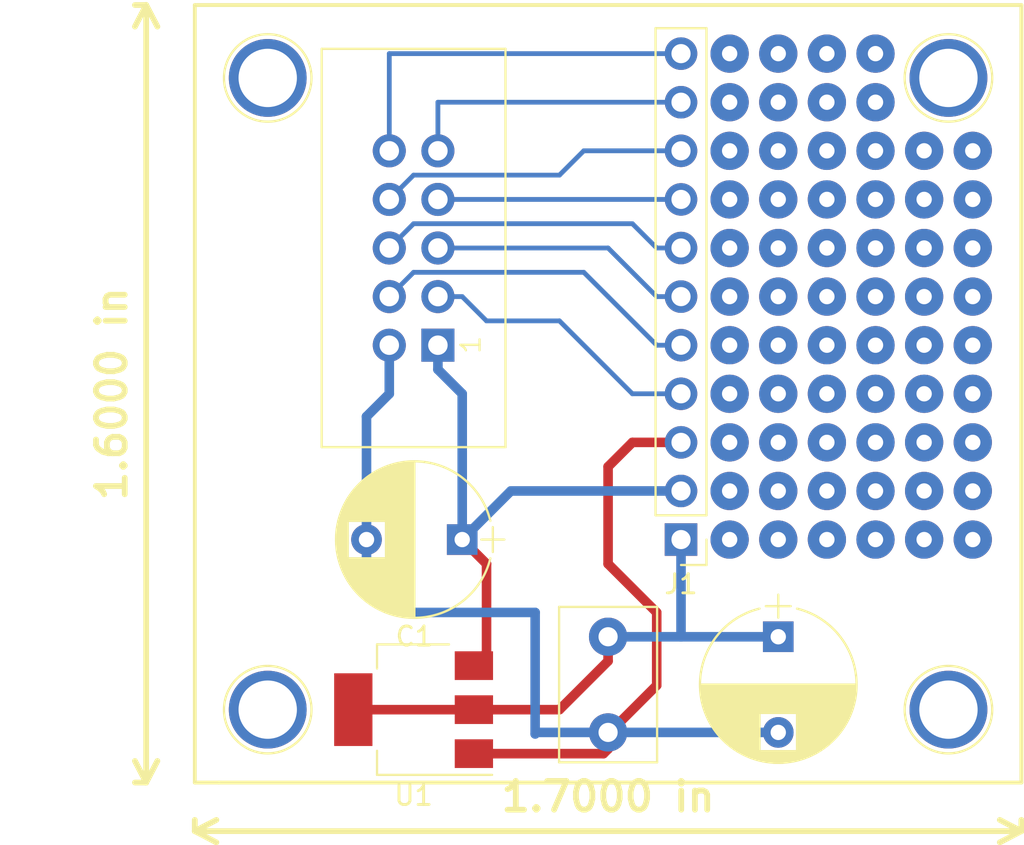
<source format=kicad_pcb>
(kicad_pcb (version 4) (host pcbnew 4.0.7-e0-6372~58~ubuntu16.10.1)

  (general
    (links 20)
    (no_connects 0)
    (area 143.360001 72.685 195.680001 118.190001)
    (thickness 1.6)
    (drawings 7)
    (tracks 61)
    (zones 0)
    (modules 72)
    (nets 12)
  )

  (page A4)
  (layers
    (0 F.Cu signal)
    (31 B.Cu signal)
    (32 B.Adhes user)
    (33 F.Adhes user)
    (34 B.Paste user)
    (35 F.Paste user)
    (36 B.SilkS user)
    (37 F.SilkS user)
    (38 B.Mask user)
    (39 F.Mask user)
    (40 Dwgs.User user)
    (41 Cmts.User user)
    (42 Eco1.User user)
    (43 Eco2.User user)
    (44 Edge.Cuts user)
    (45 Margin user)
    (46 B.CrtYd user)
    (47 F.CrtYd user)
    (48 B.Fab user)
    (49 F.Fab user)
  )

  (setup
    (last_trace_width 0.25)
    (trace_clearance 0.2)
    (zone_clearance 0.508)
    (zone_45_only yes)
    (trace_min 0.2)
    (segment_width 0.2)
    (edge_width 0.15)
    (via_size 0.6)
    (via_drill 0.4)
    (via_min_size 0.4)
    (via_min_drill 0.3)
    (uvia_size 0.3)
    (uvia_drill 0.1)
    (uvias_allowed no)
    (uvia_min_size 0.2)
    (uvia_min_drill 0.1)
    (pcb_text_width 0.3)
    (pcb_text_size 1.5 1.5)
    (mod_edge_width 0.15)
    (mod_text_size 1 1)
    (mod_text_width 0.15)
    (pad_size 1.524 1.524)
    (pad_drill 0.762)
    (pad_to_mask_clearance 0.2)
    (aux_axis_origin 0 0)
    (visible_elements FFFFFF7F)
    (pcbplotparams
      (layerselection 0x010f0_80000001)
      (usegerberextensions true)
      (excludeedgelayer true)
      (linewidth 0.100000)
      (plotframeref false)
      (viasonmask false)
      (mode 1)
      (useauxorigin false)
      (hpglpennumber 1)
      (hpglpenspeed 20)
      (hpglpendiameter 15)
      (hpglpenoverlay 2)
      (psnegative false)
      (psa4output false)
      (plotreference true)
      (plotvalue true)
      (plotinvisibletext false)
      (padsonsilk false)
      (subtractmaskfromsilk false)
      (outputformat 1)
      (mirror false)
      (drillshape 0)
      (scaleselection 1)
      (outputdirectory gerber/))
  )

  (net 0 "")
  (net 1 +5V)
  (net 2 GND)
  (net 3 +3V3)
  (net 4 TXD)
  (net 5 RXD)
  (net 6 SCL)
  (net 7 SDA)
  (net 8 MISO)
  (net 9 MOSI)
  (net 10 SCK)
  (net 11 SSEL)

  (net_class Default "This is the default net class."
    (clearance 0.2)
    (trace_width 0.25)
    (via_dia 0.6)
    (via_drill 0.4)
    (uvia_dia 0.3)
    (uvia_drill 0.1)
    (add_net MISO)
    (add_net MOSI)
    (add_net RXD)
    (add_net SCK)
    (add_net SCL)
    (add_net SDA)
    (add_net SSEL)
    (add_net TXD)
  )

  (net_class power ""
    (clearance 0.2)
    (trace_width 0.5)
    (via_dia 0.6)
    (via_drill 0.4)
    (uvia_dia 0.3)
    (uvia_drill 0.1)
    (add_net +3V3)
    (add_net +5V)
    (add_net GND)
  )

  (module Connectors:1pin (layer F.Cu) (tedit 5971DB86) (tstamp 5971E9D9)
    (at 156.21 110.49)
    (descr "module 1 pin (ou trou mecanique de percage)")
    (tags DEV)
    (fp_text reference "" (at 0 -3.048) (layer F.SilkS)
      (effects (font (size 1 1) (thickness 0.15)))
    )
    (fp_text value "" (at 0 3) (layer F.Fab)
      (effects (font (size 1 1) (thickness 0.15)))
    )
    (fp_circle (center 0 0) (end 2 0.8) (layer F.Fab) (width 0.1))
    (fp_circle (center 0 0) (end 2.6 0) (layer F.CrtYd) (width 0.05))
    (fp_circle (center 0 0) (end 0 -2.286) (layer F.SilkS) (width 0.12))
    (pad 1 thru_hole circle (at 0 0) (size 4.064 4.064) (drill 3.048) (layers *.Cu *.Mask))
  )

  (module Connectors:1pin (layer F.Cu) (tedit 5971DB86) (tstamp 5971E9D2)
    (at 156.21 77.47)
    (descr "module 1 pin (ou trou mecanique de percage)")
    (tags DEV)
    (fp_text reference "" (at 0 -3.048) (layer F.SilkS)
      (effects (font (size 1 1) (thickness 0.15)))
    )
    (fp_text value "" (at 0 3) (layer F.Fab)
      (effects (font (size 1 1) (thickness 0.15)))
    )
    (fp_circle (center 0 0) (end 2 0.8) (layer F.Fab) (width 0.1))
    (fp_circle (center 0 0) (end 2.6 0) (layer F.CrtYd) (width 0.05))
    (fp_circle (center 0 0) (end 0 -2.286) (layer F.SilkS) (width 0.12))
    (pad 1 thru_hole circle (at 0 0) (size 4.064 4.064) (drill 3.048) (layers *.Cu *.Mask))
  )

  (module Connectors:1pin (layer F.Cu) (tedit 5971DB86) (tstamp 5971E9CB)
    (at 191.77 77.47)
    (descr "module 1 pin (ou trou mecanique de percage)")
    (tags DEV)
    (fp_text reference "" (at 0 -3.048) (layer F.SilkS)
      (effects (font (size 1 1) (thickness 0.15)))
    )
    (fp_text value "" (at 0 3) (layer F.Fab)
      (effects (font (size 1 1) (thickness 0.15)))
    )
    (fp_circle (center 0 0) (end 2 0.8) (layer F.Fab) (width 0.1))
    (fp_circle (center 0 0) (end 2.6 0) (layer F.CrtYd) (width 0.05))
    (fp_circle (center 0 0) (end 0 -2.286) (layer F.SilkS) (width 0.12))
    (pad 1 thru_hole circle (at 0 0) (size 4.064 4.064) (drill 3.048) (layers *.Cu *.Mask))
  )

  (module Wire_Pads:SolderWirePad_single_0-8mmDrill (layer F.Cu) (tedit 5971DAFB) (tstamp 59799CFB)
    (at 193.04 101.6)
    (fp_text reference "" (at 0 -2.54) (layer F.SilkS)
      (effects (font (size 1 1) (thickness 0.15)))
    )
    (fp_text value "" (at 0 2.54) (layer F.Fab)
      (effects (font (size 1 1) (thickness 0.15)))
    )
    (pad 1 thru_hole circle (at 0 0) (size 1.99898 1.99898) (drill 0.8001) (layers *.Cu *.Mask))
  )

  (module Wire_Pads:SolderWirePad_single_0-8mmDrill (layer F.Cu) (tedit 5971DAFB) (tstamp 59799CF7)
    (at 190.5 101.6)
    (fp_text reference "" (at 0 -2.54) (layer F.SilkS)
      (effects (font (size 1 1) (thickness 0.15)))
    )
    (fp_text value "" (at 0 2.54) (layer F.Fab)
      (effects (font (size 1 1) (thickness 0.15)))
    )
    (pad 1 thru_hole circle (at 0 0) (size 1.99898 1.99898) (drill 0.8001) (layers *.Cu *.Mask))
  )

  (module Wire_Pads:SolderWirePad_single_0-8mmDrill (layer F.Cu) (tedit 5971DAFB) (tstamp 59799CF3)
    (at 187.96 101.6)
    (fp_text reference "" (at 0 -2.54) (layer F.SilkS)
      (effects (font (size 1 1) (thickness 0.15)))
    )
    (fp_text value "" (at 0 2.54) (layer F.Fab)
      (effects (font (size 1 1) (thickness 0.15)))
    )
    (pad 1 thru_hole circle (at 0 0) (size 1.99898 1.99898) (drill 0.8001) (layers *.Cu *.Mask))
  )

  (module Wire_Pads:SolderWirePad_single_0-8mmDrill (layer F.Cu) (tedit 5971DAFB) (tstamp 59799CEF)
    (at 185.42 101.6)
    (fp_text reference "" (at 0 -2.54) (layer F.SilkS)
      (effects (font (size 1 1) (thickness 0.15)))
    )
    (fp_text value "" (at 0 2.54) (layer F.Fab)
      (effects (font (size 1 1) (thickness 0.15)))
    )
    (pad 1 thru_hole circle (at 0 0) (size 1.99898 1.99898) (drill 0.8001) (layers *.Cu *.Mask))
  )

  (module Wire_Pads:SolderWirePad_single_0-8mmDrill (layer F.Cu) (tedit 5971DAFB) (tstamp 59799CEB)
    (at 182.88 101.6)
    (fp_text reference "" (at 0 -2.54) (layer F.SilkS)
      (effects (font (size 1 1) (thickness 0.15)))
    )
    (fp_text value "" (at 0 2.54) (layer F.Fab)
      (effects (font (size 1 1) (thickness 0.15)))
    )
    (pad 1 thru_hole circle (at 0 0) (size 1.99898 1.99898) (drill 0.8001) (layers *.Cu *.Mask))
  )

  (module Wire_Pads:SolderWirePad_single_0-8mmDrill (layer F.Cu) (tedit 5971DAFB) (tstamp 59799CE7)
    (at 180.34 101.6)
    (fp_text reference "" (at 0 -2.54) (layer F.SilkS)
      (effects (font (size 1 1) (thickness 0.15)))
    )
    (fp_text value "" (at 0 2.54) (layer F.Fab)
      (effects (font (size 1 1) (thickness 0.15)))
    )
    (pad 1 thru_hole circle (at 0 0) (size 1.99898 1.99898) (drill 0.8001) (layers *.Cu *.Mask))
  )

  (module Wire_Pads:SolderWirePad_single_0-8mmDrill (layer F.Cu) (tedit 5971DAFB) (tstamp 59799CE3)
    (at 193.04 99.06)
    (fp_text reference "" (at 0 -2.54) (layer F.SilkS)
      (effects (font (size 1 1) (thickness 0.15)))
    )
    (fp_text value "" (at 0 2.54) (layer F.Fab)
      (effects (font (size 1 1) (thickness 0.15)))
    )
    (pad 1 thru_hole circle (at 0 0) (size 1.99898 1.99898) (drill 0.8001) (layers *.Cu *.Mask))
  )

  (module Wire_Pads:SolderWirePad_single_0-8mmDrill (layer F.Cu) (tedit 5971DAFB) (tstamp 59799CDF)
    (at 190.5 99.06)
    (fp_text reference "" (at 0 -2.54) (layer F.SilkS)
      (effects (font (size 1 1) (thickness 0.15)))
    )
    (fp_text value "" (at 0 2.54) (layer F.Fab)
      (effects (font (size 1 1) (thickness 0.15)))
    )
    (pad 1 thru_hole circle (at 0 0) (size 1.99898 1.99898) (drill 0.8001) (layers *.Cu *.Mask))
  )

  (module Wire_Pads:SolderWirePad_single_0-8mmDrill (layer F.Cu) (tedit 5971DAFB) (tstamp 59799CDB)
    (at 187.96 99.06)
    (fp_text reference "" (at 0 -2.54) (layer F.SilkS)
      (effects (font (size 1 1) (thickness 0.15)))
    )
    (fp_text value "" (at 0 2.54) (layer F.Fab)
      (effects (font (size 1 1) (thickness 0.15)))
    )
    (pad 1 thru_hole circle (at 0 0) (size 1.99898 1.99898) (drill 0.8001) (layers *.Cu *.Mask))
  )

  (module Wire_Pads:SolderWirePad_single_0-8mmDrill (layer F.Cu) (tedit 5971DAFB) (tstamp 59799CD7)
    (at 185.42 99.06)
    (fp_text reference "" (at 0 -2.54) (layer F.SilkS)
      (effects (font (size 1 1) (thickness 0.15)))
    )
    (fp_text value "" (at 0 2.54) (layer F.Fab)
      (effects (font (size 1 1) (thickness 0.15)))
    )
    (pad 1 thru_hole circle (at 0 0) (size 1.99898 1.99898) (drill 0.8001) (layers *.Cu *.Mask))
  )

  (module Wire_Pads:SolderWirePad_single_0-8mmDrill (layer F.Cu) (tedit 5971DAFB) (tstamp 59799CD3)
    (at 182.88 99.06)
    (fp_text reference "" (at 0 -2.54) (layer F.SilkS)
      (effects (font (size 1 1) (thickness 0.15)))
    )
    (fp_text value "" (at 0 2.54) (layer F.Fab)
      (effects (font (size 1 1) (thickness 0.15)))
    )
    (pad 1 thru_hole circle (at 0 0) (size 1.99898 1.99898) (drill 0.8001) (layers *.Cu *.Mask))
  )

  (module Wire_Pads:SolderWirePad_single_0-8mmDrill (layer F.Cu) (tedit 5971DAFB) (tstamp 59799CCF)
    (at 180.34 99.06)
    (fp_text reference "" (at 0 -2.54) (layer F.SilkS)
      (effects (font (size 1 1) (thickness 0.15)))
    )
    (fp_text value "" (at 0 2.54) (layer F.Fab)
      (effects (font (size 1 1) (thickness 0.15)))
    )
    (pad 1 thru_hole circle (at 0 0) (size 1.99898 1.99898) (drill 0.8001) (layers *.Cu *.Mask))
  )

  (module Wire_Pads:SolderWirePad_single_0-8mmDrill (layer F.Cu) (tedit 5971DAFB) (tstamp 59799CCB)
    (at 193.04 96.52)
    (fp_text reference "" (at 0 -2.54) (layer F.SilkS)
      (effects (font (size 1 1) (thickness 0.15)))
    )
    (fp_text value "" (at 0 2.54) (layer F.Fab)
      (effects (font (size 1 1) (thickness 0.15)))
    )
    (pad 1 thru_hole circle (at 0 0) (size 1.99898 1.99898) (drill 0.8001) (layers *.Cu *.Mask))
  )

  (module Wire_Pads:SolderWirePad_single_0-8mmDrill (layer F.Cu) (tedit 5971DAFB) (tstamp 59799CC7)
    (at 190.5 96.52)
    (fp_text reference "" (at 0 -2.54) (layer F.SilkS)
      (effects (font (size 1 1) (thickness 0.15)))
    )
    (fp_text value "" (at 0 2.54) (layer F.Fab)
      (effects (font (size 1 1) (thickness 0.15)))
    )
    (pad 1 thru_hole circle (at 0 0) (size 1.99898 1.99898) (drill 0.8001) (layers *.Cu *.Mask))
  )

  (module Wire_Pads:SolderWirePad_single_0-8mmDrill (layer F.Cu) (tedit 5971DAFB) (tstamp 59799CC3)
    (at 187.96 96.52)
    (fp_text reference "" (at 0 -2.54) (layer F.SilkS)
      (effects (font (size 1 1) (thickness 0.15)))
    )
    (fp_text value "" (at 0 2.54) (layer F.Fab)
      (effects (font (size 1 1) (thickness 0.15)))
    )
    (pad 1 thru_hole circle (at 0 0) (size 1.99898 1.99898) (drill 0.8001) (layers *.Cu *.Mask))
  )

  (module Wire_Pads:SolderWirePad_single_0-8mmDrill (layer F.Cu) (tedit 5971DAFB) (tstamp 59799CBF)
    (at 185.42 96.52)
    (fp_text reference "" (at 0 -2.54) (layer F.SilkS)
      (effects (font (size 1 1) (thickness 0.15)))
    )
    (fp_text value "" (at 0 2.54) (layer F.Fab)
      (effects (font (size 1 1) (thickness 0.15)))
    )
    (pad 1 thru_hole circle (at 0 0) (size 1.99898 1.99898) (drill 0.8001) (layers *.Cu *.Mask))
  )

  (module Wire_Pads:SolderWirePad_single_0-8mmDrill (layer F.Cu) (tedit 5971DAFB) (tstamp 59799CBB)
    (at 182.88 96.52)
    (fp_text reference "" (at 0 -2.54) (layer F.SilkS)
      (effects (font (size 1 1) (thickness 0.15)))
    )
    (fp_text value "" (at 0 2.54) (layer F.Fab)
      (effects (font (size 1 1) (thickness 0.15)))
    )
    (pad 1 thru_hole circle (at 0 0) (size 1.99898 1.99898) (drill 0.8001) (layers *.Cu *.Mask))
  )

  (module Wire_Pads:SolderWirePad_single_0-8mmDrill (layer F.Cu) (tedit 5971DAFB) (tstamp 59799CB7)
    (at 180.34 96.52)
    (fp_text reference "" (at 0 -2.54) (layer F.SilkS)
      (effects (font (size 1 1) (thickness 0.15)))
    )
    (fp_text value "" (at 0 2.54) (layer F.Fab)
      (effects (font (size 1 1) (thickness 0.15)))
    )
    (pad 1 thru_hole circle (at 0 0) (size 1.99898 1.99898) (drill 0.8001) (layers *.Cu *.Mask))
  )

  (module Wire_Pads:SolderWirePad_single_0-8mmDrill (layer F.Cu) (tedit 5971DAFB) (tstamp 59799CB3)
    (at 193.04 93.98)
    (fp_text reference "" (at 0 -2.54) (layer F.SilkS)
      (effects (font (size 1 1) (thickness 0.15)))
    )
    (fp_text value "" (at 0 2.54) (layer F.Fab)
      (effects (font (size 1 1) (thickness 0.15)))
    )
    (pad 1 thru_hole circle (at 0 0) (size 1.99898 1.99898) (drill 0.8001) (layers *.Cu *.Mask))
  )

  (module Wire_Pads:SolderWirePad_single_0-8mmDrill (layer F.Cu) (tedit 5971DAFB) (tstamp 59799CAF)
    (at 190.5 93.98)
    (fp_text reference "" (at 0 -2.54) (layer F.SilkS)
      (effects (font (size 1 1) (thickness 0.15)))
    )
    (fp_text value "" (at 0 2.54) (layer F.Fab)
      (effects (font (size 1 1) (thickness 0.15)))
    )
    (pad 1 thru_hole circle (at 0 0) (size 1.99898 1.99898) (drill 0.8001) (layers *.Cu *.Mask))
  )

  (module Wire_Pads:SolderWirePad_single_0-8mmDrill (layer F.Cu) (tedit 5971DAFB) (tstamp 59799CAB)
    (at 187.96 93.98)
    (fp_text reference "" (at 0 -2.54) (layer F.SilkS)
      (effects (font (size 1 1) (thickness 0.15)))
    )
    (fp_text value "" (at 0 2.54) (layer F.Fab)
      (effects (font (size 1 1) (thickness 0.15)))
    )
    (pad 1 thru_hole circle (at 0 0) (size 1.99898 1.99898) (drill 0.8001) (layers *.Cu *.Mask))
  )

  (module Wire_Pads:SolderWirePad_single_0-8mmDrill (layer F.Cu) (tedit 5971DAFB) (tstamp 59799CA7)
    (at 185.42 93.98)
    (fp_text reference "" (at 0 -2.54) (layer F.SilkS)
      (effects (font (size 1 1) (thickness 0.15)))
    )
    (fp_text value "" (at 0 2.54) (layer F.Fab)
      (effects (font (size 1 1) (thickness 0.15)))
    )
    (pad 1 thru_hole circle (at 0 0) (size 1.99898 1.99898) (drill 0.8001) (layers *.Cu *.Mask))
  )

  (module Wire_Pads:SolderWirePad_single_0-8mmDrill (layer F.Cu) (tedit 5971DAFB) (tstamp 59799CA3)
    (at 182.88 93.98)
    (fp_text reference "" (at 0 -2.54) (layer F.SilkS)
      (effects (font (size 1 1) (thickness 0.15)))
    )
    (fp_text value "" (at 0 2.54) (layer F.Fab)
      (effects (font (size 1 1) (thickness 0.15)))
    )
    (pad 1 thru_hole circle (at 0 0) (size 1.99898 1.99898) (drill 0.8001) (layers *.Cu *.Mask))
  )

  (module Wire_Pads:SolderWirePad_single_0-8mmDrill (layer F.Cu) (tedit 5971DAFB) (tstamp 59799C9F)
    (at 180.34 93.98)
    (fp_text reference "" (at 0 -2.54) (layer F.SilkS)
      (effects (font (size 1 1) (thickness 0.15)))
    )
    (fp_text value "" (at 0 2.54) (layer F.Fab)
      (effects (font (size 1 1) (thickness 0.15)))
    )
    (pad 1 thru_hole circle (at 0 0) (size 1.99898 1.99898) (drill 0.8001) (layers *.Cu *.Mask))
  )

  (module Wire_Pads:SolderWirePad_single_0-8mmDrill (layer F.Cu) (tedit 5971DAFB) (tstamp 59799C9B)
    (at 193.04 91.44)
    (fp_text reference "" (at 0 -2.54) (layer F.SilkS)
      (effects (font (size 1 1) (thickness 0.15)))
    )
    (fp_text value "" (at 0 2.54) (layer F.Fab)
      (effects (font (size 1 1) (thickness 0.15)))
    )
    (pad 1 thru_hole circle (at 0 0) (size 1.99898 1.99898) (drill 0.8001) (layers *.Cu *.Mask))
  )

  (module Wire_Pads:SolderWirePad_single_0-8mmDrill (layer F.Cu) (tedit 5971DAFB) (tstamp 59799C97)
    (at 190.5 91.44)
    (fp_text reference "" (at 0 -2.54) (layer F.SilkS)
      (effects (font (size 1 1) (thickness 0.15)))
    )
    (fp_text value "" (at 0 2.54) (layer F.Fab)
      (effects (font (size 1 1) (thickness 0.15)))
    )
    (pad 1 thru_hole circle (at 0 0) (size 1.99898 1.99898) (drill 0.8001) (layers *.Cu *.Mask))
  )

  (module Wire_Pads:SolderWirePad_single_0-8mmDrill (layer F.Cu) (tedit 5971DAFB) (tstamp 59799C93)
    (at 187.96 91.44)
    (fp_text reference "" (at 0 -2.54) (layer F.SilkS)
      (effects (font (size 1 1) (thickness 0.15)))
    )
    (fp_text value "" (at 0 2.54) (layer F.Fab)
      (effects (font (size 1 1) (thickness 0.15)))
    )
    (pad 1 thru_hole circle (at 0 0) (size 1.99898 1.99898) (drill 0.8001) (layers *.Cu *.Mask))
  )

  (module Wire_Pads:SolderWirePad_single_0-8mmDrill (layer F.Cu) (tedit 5971DAFB) (tstamp 59799C8F)
    (at 185.42 91.44)
    (fp_text reference "" (at 0 -2.54) (layer F.SilkS)
      (effects (font (size 1 1) (thickness 0.15)))
    )
    (fp_text value "" (at 0 2.54) (layer F.Fab)
      (effects (font (size 1 1) (thickness 0.15)))
    )
    (pad 1 thru_hole circle (at 0 0) (size 1.99898 1.99898) (drill 0.8001) (layers *.Cu *.Mask))
  )

  (module Wire_Pads:SolderWirePad_single_0-8mmDrill (layer F.Cu) (tedit 5971DAFB) (tstamp 59799C8B)
    (at 182.88 91.44)
    (fp_text reference "" (at 0 -2.54) (layer F.SilkS)
      (effects (font (size 1 1) (thickness 0.15)))
    )
    (fp_text value "" (at 0 2.54) (layer F.Fab)
      (effects (font (size 1 1) (thickness 0.15)))
    )
    (pad 1 thru_hole circle (at 0 0) (size 1.99898 1.99898) (drill 0.8001) (layers *.Cu *.Mask))
  )

  (module Wire_Pads:SolderWirePad_single_0-8mmDrill (layer F.Cu) (tedit 5971DAFB) (tstamp 59799C87)
    (at 180.34 91.44)
    (fp_text reference "" (at 0 -2.54) (layer F.SilkS)
      (effects (font (size 1 1) (thickness 0.15)))
    )
    (fp_text value "" (at 0 2.54) (layer F.Fab)
      (effects (font (size 1 1) (thickness 0.15)))
    )
    (pad 1 thru_hole circle (at 0 0) (size 1.99898 1.99898) (drill 0.8001) (layers *.Cu *.Mask))
  )

  (module Wire_Pads:SolderWirePad_single_0-8mmDrill (layer F.Cu) (tedit 5971DAFB) (tstamp 59799C83)
    (at 193.04 88.9)
    (fp_text reference "" (at 0 -2.54) (layer F.SilkS)
      (effects (font (size 1 1) (thickness 0.15)))
    )
    (fp_text value "" (at 0 2.54) (layer F.Fab)
      (effects (font (size 1 1) (thickness 0.15)))
    )
    (pad 1 thru_hole circle (at 0 0) (size 1.99898 1.99898) (drill 0.8001) (layers *.Cu *.Mask))
  )

  (module Wire_Pads:SolderWirePad_single_0-8mmDrill (layer F.Cu) (tedit 5971DAFB) (tstamp 59799C7F)
    (at 190.5 88.9)
    (fp_text reference "" (at 0 -2.54) (layer F.SilkS)
      (effects (font (size 1 1) (thickness 0.15)))
    )
    (fp_text value "" (at 0 2.54) (layer F.Fab)
      (effects (font (size 1 1) (thickness 0.15)))
    )
    (pad 1 thru_hole circle (at 0 0) (size 1.99898 1.99898) (drill 0.8001) (layers *.Cu *.Mask))
  )

  (module Wire_Pads:SolderWirePad_single_0-8mmDrill (layer F.Cu) (tedit 5971DAFB) (tstamp 59799C7B)
    (at 187.96 88.9)
    (fp_text reference "" (at 0 -2.54) (layer F.SilkS)
      (effects (font (size 1 1) (thickness 0.15)))
    )
    (fp_text value "" (at 0 2.54) (layer F.Fab)
      (effects (font (size 1 1) (thickness 0.15)))
    )
    (pad 1 thru_hole circle (at 0 0) (size 1.99898 1.99898) (drill 0.8001) (layers *.Cu *.Mask))
  )

  (module Wire_Pads:SolderWirePad_single_0-8mmDrill (layer F.Cu) (tedit 5971DAFB) (tstamp 59799C77)
    (at 185.42 88.9)
    (fp_text reference "" (at 0 -2.54) (layer F.SilkS)
      (effects (font (size 1 1) (thickness 0.15)))
    )
    (fp_text value "" (at 0 2.54) (layer F.Fab)
      (effects (font (size 1 1) (thickness 0.15)))
    )
    (pad 1 thru_hole circle (at 0 0) (size 1.99898 1.99898) (drill 0.8001) (layers *.Cu *.Mask))
  )

  (module Wire_Pads:SolderWirePad_single_0-8mmDrill (layer F.Cu) (tedit 5971DAFB) (tstamp 59799C73)
    (at 182.88 88.9)
    (fp_text reference "" (at 0 -2.54) (layer F.SilkS)
      (effects (font (size 1 1) (thickness 0.15)))
    )
    (fp_text value "" (at 0 2.54) (layer F.Fab)
      (effects (font (size 1 1) (thickness 0.15)))
    )
    (pad 1 thru_hole circle (at 0 0) (size 1.99898 1.99898) (drill 0.8001) (layers *.Cu *.Mask))
  )

  (module Wire_Pads:SolderWirePad_single_0-8mmDrill (layer F.Cu) (tedit 5971DAFB) (tstamp 59799C6F)
    (at 180.34 88.9)
    (fp_text reference "" (at 0 -2.54) (layer F.SilkS)
      (effects (font (size 1 1) (thickness 0.15)))
    )
    (fp_text value "" (at 0 2.54) (layer F.Fab)
      (effects (font (size 1 1) (thickness 0.15)))
    )
    (pad 1 thru_hole circle (at 0 0) (size 1.99898 1.99898) (drill 0.8001) (layers *.Cu *.Mask))
  )

  (module Wire_Pads:SolderWirePad_single_0-8mmDrill (layer F.Cu) (tedit 5971DAFB) (tstamp 59799C6B)
    (at 193.04 86.36)
    (fp_text reference "" (at 0 -2.54) (layer F.SilkS)
      (effects (font (size 1 1) (thickness 0.15)))
    )
    (fp_text value "" (at 0 2.54) (layer F.Fab)
      (effects (font (size 1 1) (thickness 0.15)))
    )
    (pad 1 thru_hole circle (at 0 0) (size 1.99898 1.99898) (drill 0.8001) (layers *.Cu *.Mask))
  )

  (module Wire_Pads:SolderWirePad_single_0-8mmDrill (layer F.Cu) (tedit 5971DAFB) (tstamp 59799C67)
    (at 190.5 86.36)
    (fp_text reference "" (at 0 -2.54) (layer F.SilkS)
      (effects (font (size 1 1) (thickness 0.15)))
    )
    (fp_text value "" (at 0 2.54) (layer F.Fab)
      (effects (font (size 1 1) (thickness 0.15)))
    )
    (pad 1 thru_hole circle (at 0 0) (size 1.99898 1.99898) (drill 0.8001) (layers *.Cu *.Mask))
  )

  (module Wire_Pads:SolderWirePad_single_0-8mmDrill (layer F.Cu) (tedit 5971DAFB) (tstamp 59799C63)
    (at 187.96 86.36)
    (fp_text reference "" (at 0 -2.54) (layer F.SilkS)
      (effects (font (size 1 1) (thickness 0.15)))
    )
    (fp_text value "" (at 0 2.54) (layer F.Fab)
      (effects (font (size 1 1) (thickness 0.15)))
    )
    (pad 1 thru_hole circle (at 0 0) (size 1.99898 1.99898) (drill 0.8001) (layers *.Cu *.Mask))
  )

  (module Wire_Pads:SolderWirePad_single_0-8mmDrill (layer F.Cu) (tedit 5971DAFB) (tstamp 59799C5F)
    (at 185.42 86.36)
    (fp_text reference "" (at 0 -2.54) (layer F.SilkS)
      (effects (font (size 1 1) (thickness 0.15)))
    )
    (fp_text value "" (at 0 2.54) (layer F.Fab)
      (effects (font (size 1 1) (thickness 0.15)))
    )
    (pad 1 thru_hole circle (at 0 0) (size 1.99898 1.99898) (drill 0.8001) (layers *.Cu *.Mask))
  )

  (module Wire_Pads:SolderWirePad_single_0-8mmDrill (layer F.Cu) (tedit 5971DAFB) (tstamp 59799C5B)
    (at 182.88 86.36)
    (fp_text reference "" (at 0 -2.54) (layer F.SilkS)
      (effects (font (size 1 1) (thickness 0.15)))
    )
    (fp_text value "" (at 0 2.54) (layer F.Fab)
      (effects (font (size 1 1) (thickness 0.15)))
    )
    (pad 1 thru_hole circle (at 0 0) (size 1.99898 1.99898) (drill 0.8001) (layers *.Cu *.Mask))
  )

  (module Wire_Pads:SolderWirePad_single_0-8mmDrill (layer F.Cu) (tedit 5971DAFB) (tstamp 59799C57)
    (at 180.34 86.36)
    (fp_text reference "" (at 0 -2.54) (layer F.SilkS)
      (effects (font (size 1 1) (thickness 0.15)))
    )
    (fp_text value "" (at 0 2.54) (layer F.Fab)
      (effects (font (size 1 1) (thickness 0.15)))
    )
    (pad 1 thru_hole circle (at 0 0) (size 1.99898 1.99898) (drill 0.8001) (layers *.Cu *.Mask))
  )

  (module Wire_Pads:SolderWirePad_single_0-8mmDrill (layer F.Cu) (tedit 5971DAFB) (tstamp 59799C53)
    (at 193.04 83.82)
    (fp_text reference "" (at 0 -2.54) (layer F.SilkS)
      (effects (font (size 1 1) (thickness 0.15)))
    )
    (fp_text value "" (at 0 2.54) (layer F.Fab)
      (effects (font (size 1 1) (thickness 0.15)))
    )
    (pad 1 thru_hole circle (at 0 0) (size 1.99898 1.99898) (drill 0.8001) (layers *.Cu *.Mask))
  )

  (module Wire_Pads:SolderWirePad_single_0-8mmDrill (layer F.Cu) (tedit 5971DAFB) (tstamp 59799C4F)
    (at 190.5 83.82)
    (fp_text reference "" (at 0 -2.54) (layer F.SilkS)
      (effects (font (size 1 1) (thickness 0.15)))
    )
    (fp_text value "" (at 0 2.54) (layer F.Fab)
      (effects (font (size 1 1) (thickness 0.15)))
    )
    (pad 1 thru_hole circle (at 0 0) (size 1.99898 1.99898) (drill 0.8001) (layers *.Cu *.Mask))
  )

  (module Wire_Pads:SolderWirePad_single_0-8mmDrill (layer F.Cu) (tedit 5971DAFB) (tstamp 59799C4B)
    (at 187.96 83.82)
    (fp_text reference "" (at 0 -2.54) (layer F.SilkS)
      (effects (font (size 1 1) (thickness 0.15)))
    )
    (fp_text value "" (at 0 2.54) (layer F.Fab)
      (effects (font (size 1 1) (thickness 0.15)))
    )
    (pad 1 thru_hole circle (at 0 0) (size 1.99898 1.99898) (drill 0.8001) (layers *.Cu *.Mask))
  )

  (module Wire_Pads:SolderWirePad_single_0-8mmDrill (layer F.Cu) (tedit 5971DAFB) (tstamp 59799C47)
    (at 185.42 83.82)
    (fp_text reference "" (at 0 -2.54) (layer F.SilkS)
      (effects (font (size 1 1) (thickness 0.15)))
    )
    (fp_text value "" (at 0 2.54) (layer F.Fab)
      (effects (font (size 1 1) (thickness 0.15)))
    )
    (pad 1 thru_hole circle (at 0 0) (size 1.99898 1.99898) (drill 0.8001) (layers *.Cu *.Mask))
  )

  (module Wire_Pads:SolderWirePad_single_0-8mmDrill (layer F.Cu) (tedit 5971DAFB) (tstamp 59799C43)
    (at 182.88 83.82)
    (fp_text reference "" (at 0 -2.54) (layer F.SilkS)
      (effects (font (size 1 1) (thickness 0.15)))
    )
    (fp_text value "" (at 0 2.54) (layer F.Fab)
      (effects (font (size 1 1) (thickness 0.15)))
    )
    (pad 1 thru_hole circle (at 0 0) (size 1.99898 1.99898) (drill 0.8001) (layers *.Cu *.Mask))
  )

  (module Wire_Pads:SolderWirePad_single_0-8mmDrill (layer F.Cu) (tedit 5971DAFB) (tstamp 59799C3F)
    (at 180.34 83.82)
    (fp_text reference "" (at 0 -2.54) (layer F.SilkS)
      (effects (font (size 1 1) (thickness 0.15)))
    )
    (fp_text value "" (at 0 2.54) (layer F.Fab)
      (effects (font (size 1 1) (thickness 0.15)))
    )
    (pad 1 thru_hole circle (at 0 0) (size 1.99898 1.99898) (drill 0.8001) (layers *.Cu *.Mask))
  )

  (module Wire_Pads:SolderWirePad_single_0-8mmDrill (layer F.Cu) (tedit 5971DAFB) (tstamp 59799C3B)
    (at 193.04 81.28)
    (fp_text reference "" (at 0 -2.54) (layer F.SilkS)
      (effects (font (size 1 1) (thickness 0.15)))
    )
    (fp_text value "" (at 0 2.54) (layer F.Fab)
      (effects (font (size 1 1) (thickness 0.15)))
    )
    (pad 1 thru_hole circle (at 0 0) (size 1.99898 1.99898) (drill 0.8001) (layers *.Cu *.Mask))
  )

  (module Wire_Pads:SolderWirePad_single_0-8mmDrill (layer F.Cu) (tedit 5971DAFB) (tstamp 59799C37)
    (at 190.5 81.28)
    (fp_text reference "" (at 0 -2.54) (layer F.SilkS)
      (effects (font (size 1 1) (thickness 0.15)))
    )
    (fp_text value "" (at 0 2.54) (layer F.Fab)
      (effects (font (size 1 1) (thickness 0.15)))
    )
    (pad 1 thru_hole circle (at 0 0) (size 1.99898 1.99898) (drill 0.8001) (layers *.Cu *.Mask))
  )

  (module Wire_Pads:SolderWirePad_single_0-8mmDrill (layer F.Cu) (tedit 5971DAFB) (tstamp 59799C33)
    (at 187.96 81.28)
    (fp_text reference "" (at 0 -2.54) (layer F.SilkS)
      (effects (font (size 1 1) (thickness 0.15)))
    )
    (fp_text value "" (at 0 2.54) (layer F.Fab)
      (effects (font (size 1 1) (thickness 0.15)))
    )
    (pad 1 thru_hole circle (at 0 0) (size 1.99898 1.99898) (drill 0.8001) (layers *.Cu *.Mask))
  )

  (module Wire_Pads:SolderWirePad_single_0-8mmDrill (layer F.Cu) (tedit 5971DAFB) (tstamp 59799C2F)
    (at 185.42 81.28)
    (fp_text reference "" (at 0 -2.54) (layer F.SilkS)
      (effects (font (size 1 1) (thickness 0.15)))
    )
    (fp_text value "" (at 0 2.54) (layer F.Fab)
      (effects (font (size 1 1) (thickness 0.15)))
    )
    (pad 1 thru_hole circle (at 0 0) (size 1.99898 1.99898) (drill 0.8001) (layers *.Cu *.Mask))
  )

  (module Wire_Pads:SolderWirePad_single_0-8mmDrill (layer F.Cu) (tedit 5971DAFB) (tstamp 59799C2B)
    (at 182.88 81.28)
    (fp_text reference "" (at 0 -2.54) (layer F.SilkS)
      (effects (font (size 1 1) (thickness 0.15)))
    )
    (fp_text value "" (at 0 2.54) (layer F.Fab)
      (effects (font (size 1 1) (thickness 0.15)))
    )
    (pad 1 thru_hole circle (at 0 0) (size 1.99898 1.99898) (drill 0.8001) (layers *.Cu *.Mask))
  )

  (module Wire_Pads:SolderWirePad_single_0-8mmDrill (layer F.Cu) (tedit 5971DAFB) (tstamp 59799C27)
    (at 180.34 81.28)
    (fp_text reference "" (at 0 -2.54) (layer F.SilkS)
      (effects (font (size 1 1) (thickness 0.15)))
    )
    (fp_text value "" (at 0 2.54) (layer F.Fab)
      (effects (font (size 1 1) (thickness 0.15)))
    )
    (pad 1 thru_hole circle (at 0 0) (size 1.99898 1.99898) (drill 0.8001) (layers *.Cu *.Mask))
  )

  (module Wire_Pads:SolderWirePad_single_0-8mmDrill (layer F.Cu) (tedit 5971DAFB) (tstamp 59799C1B)
    (at 187.96 78.74)
    (fp_text reference "" (at 0 -2.54) (layer F.SilkS)
      (effects (font (size 1 1) (thickness 0.15)))
    )
    (fp_text value "" (at 0 2.54) (layer F.Fab)
      (effects (font (size 1 1) (thickness 0.15)))
    )
    (pad 1 thru_hole circle (at 0 0) (size 1.99898 1.99898) (drill 0.8001) (layers *.Cu *.Mask))
  )

  (module Wire_Pads:SolderWirePad_single_0-8mmDrill (layer F.Cu) (tedit 5971DAFB) (tstamp 59799C17)
    (at 185.42 78.74)
    (fp_text reference "" (at 0 -2.54) (layer F.SilkS)
      (effects (font (size 1 1) (thickness 0.15)))
    )
    (fp_text value "" (at 0 2.54) (layer F.Fab)
      (effects (font (size 1 1) (thickness 0.15)))
    )
    (pad 1 thru_hole circle (at 0 0) (size 1.99898 1.99898) (drill 0.8001) (layers *.Cu *.Mask))
  )

  (module Wire_Pads:SolderWirePad_single_0-8mmDrill (layer F.Cu) (tedit 5971DAFB) (tstamp 59799C13)
    (at 182.88 78.74)
    (fp_text reference "" (at 0 -2.54) (layer F.SilkS)
      (effects (font (size 1 1) (thickness 0.15)))
    )
    (fp_text value "" (at 0 2.54) (layer F.Fab)
      (effects (font (size 1 1) (thickness 0.15)))
    )
    (pad 1 thru_hole circle (at 0 0) (size 1.99898 1.99898) (drill 0.8001) (layers *.Cu *.Mask))
  )

  (module Wire_Pads:SolderWirePad_single_0-8mmDrill (layer F.Cu) (tedit 5971DAFB) (tstamp 59799C0F)
    (at 180.34 78.74)
    (fp_text reference "" (at 0 -2.54) (layer F.SilkS)
      (effects (font (size 1 1) (thickness 0.15)))
    )
    (fp_text value "" (at 0 2.54) (layer F.Fab)
      (effects (font (size 1 1) (thickness 0.15)))
    )
    (pad 1 thru_hole circle (at 0 0) (size 1.99898 1.99898) (drill 0.8001) (layers *.Cu *.Mask))
  )

  (module Wire_Pads:SolderWirePad_single_0-8mmDrill (layer F.Cu) (tedit 5971DAFB) (tstamp 59799C03)
    (at 187.96 76.2)
    (fp_text reference "" (at 0 -2.54) (layer F.SilkS)
      (effects (font (size 1 1) (thickness 0.15)))
    )
    (fp_text value "" (at 0 2.54) (layer F.Fab)
      (effects (font (size 1 1) (thickness 0.15)))
    )
    (pad 1 thru_hole circle (at 0 0) (size 1.99898 1.99898) (drill 0.8001) (layers *.Cu *.Mask))
  )

  (module Wire_Pads:SolderWirePad_single_0-8mmDrill (layer F.Cu) (tedit 5971DAFB) (tstamp 59799BFF)
    (at 185.42 76.2)
    (fp_text reference "" (at 0 -2.54) (layer F.SilkS)
      (effects (font (size 1 1) (thickness 0.15)))
    )
    (fp_text value "" (at 0 2.54) (layer F.Fab)
      (effects (font (size 1 1) (thickness 0.15)))
    )
    (pad 1 thru_hole circle (at 0 0) (size 1.99898 1.99898) (drill 0.8001) (layers *.Cu *.Mask))
  )

  (module Wire_Pads:SolderWirePad_single_0-8mmDrill (layer F.Cu) (tedit 5971DAFB) (tstamp 59799BFB)
    (at 182.88 76.2)
    (fp_text reference "" (at 0 -2.54) (layer F.SilkS)
      (effects (font (size 1 1) (thickness 0.15)))
    )
    (fp_text value "" (at 0 2.54) (layer F.Fab)
      (effects (font (size 1 1) (thickness 0.15)))
    )
    (pad 1 thru_hole circle (at 0 0) (size 1.99898 1.99898) (drill 0.8001) (layers *.Cu *.Mask))
  )

  (module Capacitors_THT:CP_Radial_D8.0mm_P5.00mm (layer F.Cu) (tedit 5920C257) (tstamp 59799AA5)
    (at 166.37 101.6 180)
    (descr "CP, Radial series, Radial, pin pitch=5.00mm, , diameter=8mm, Electrolytic Capacitor")
    (tags "CP Radial series Radial pin pitch 5.00mm  diameter 8mm Electrolytic Capacitor")
    (path /5971D2D9)
    (fp_text reference C1 (at 2.5 -5.06 180) (layer F.SilkS)
      (effects (font (size 1 1) (thickness 0.15)))
    )
    (fp_text value CP (at 2.5 5.06 180) (layer F.Fab)
      (effects (font (size 1 1) (thickness 0.15)))
    )
    (fp_text user %R (at 2.15 0 180) (layer F.Fab)
      (effects (font (size 1 1) (thickness 0.15)))
    )
    (fp_line (start -2.2 0) (end -1 0) (layer F.Fab) (width 0.1))
    (fp_line (start -1.6 -0.65) (end -1.6 0.65) (layer F.Fab) (width 0.1))
    (fp_line (start 2.5 -4.05) (end 2.5 4.05) (layer F.SilkS) (width 0.12))
    (fp_line (start 2.54 -4.05) (end 2.54 4.05) (layer F.SilkS) (width 0.12))
    (fp_line (start 2.58 -4.05) (end 2.58 4.05) (layer F.SilkS) (width 0.12))
    (fp_line (start 2.62 -4.049) (end 2.62 4.049) (layer F.SilkS) (width 0.12))
    (fp_line (start 2.66 -4.047) (end 2.66 4.047) (layer F.SilkS) (width 0.12))
    (fp_line (start 2.7 -4.046) (end 2.7 4.046) (layer F.SilkS) (width 0.12))
    (fp_line (start 2.74 -4.043) (end 2.74 4.043) (layer F.SilkS) (width 0.12))
    (fp_line (start 2.78 -4.041) (end 2.78 4.041) (layer F.SilkS) (width 0.12))
    (fp_line (start 2.82 -4.038) (end 2.82 4.038) (layer F.SilkS) (width 0.12))
    (fp_line (start 2.86 -4.035) (end 2.86 4.035) (layer F.SilkS) (width 0.12))
    (fp_line (start 2.9 -4.031) (end 2.9 4.031) (layer F.SilkS) (width 0.12))
    (fp_line (start 2.94 -4.027) (end 2.94 4.027) (layer F.SilkS) (width 0.12))
    (fp_line (start 2.98 -4.022) (end 2.98 4.022) (layer F.SilkS) (width 0.12))
    (fp_line (start 3.02 -4.017) (end 3.02 4.017) (layer F.SilkS) (width 0.12))
    (fp_line (start 3.06 -4.012) (end 3.06 4.012) (layer F.SilkS) (width 0.12))
    (fp_line (start 3.1 -4.006) (end 3.1 4.006) (layer F.SilkS) (width 0.12))
    (fp_line (start 3.14 -4) (end 3.14 4) (layer F.SilkS) (width 0.12))
    (fp_line (start 3.18 -3.994) (end 3.18 3.994) (layer F.SilkS) (width 0.12))
    (fp_line (start 3.221 -3.987) (end 3.221 3.987) (layer F.SilkS) (width 0.12))
    (fp_line (start 3.261 -3.979) (end 3.261 3.979) (layer F.SilkS) (width 0.12))
    (fp_line (start 3.301 -3.971) (end 3.301 3.971) (layer F.SilkS) (width 0.12))
    (fp_line (start 3.341 -3.963) (end 3.341 3.963) (layer F.SilkS) (width 0.12))
    (fp_line (start 3.381 -3.955) (end 3.381 3.955) (layer F.SilkS) (width 0.12))
    (fp_line (start 3.421 -3.946) (end 3.421 3.946) (layer F.SilkS) (width 0.12))
    (fp_line (start 3.461 -3.936) (end 3.461 3.936) (layer F.SilkS) (width 0.12))
    (fp_line (start 3.501 -3.926) (end 3.501 3.926) (layer F.SilkS) (width 0.12))
    (fp_line (start 3.541 -3.916) (end 3.541 3.916) (layer F.SilkS) (width 0.12))
    (fp_line (start 3.581 -3.905) (end 3.581 3.905) (layer F.SilkS) (width 0.12))
    (fp_line (start 3.621 -3.894) (end 3.621 3.894) (layer F.SilkS) (width 0.12))
    (fp_line (start 3.661 -3.883) (end 3.661 3.883) (layer F.SilkS) (width 0.12))
    (fp_line (start 3.701 -3.87) (end 3.701 3.87) (layer F.SilkS) (width 0.12))
    (fp_line (start 3.741 -3.858) (end 3.741 3.858) (layer F.SilkS) (width 0.12))
    (fp_line (start 3.781 -3.845) (end 3.781 3.845) (layer F.SilkS) (width 0.12))
    (fp_line (start 3.821 -3.832) (end 3.821 3.832) (layer F.SilkS) (width 0.12))
    (fp_line (start 3.861 -3.818) (end 3.861 3.818) (layer F.SilkS) (width 0.12))
    (fp_line (start 3.901 -3.803) (end 3.901 3.803) (layer F.SilkS) (width 0.12))
    (fp_line (start 3.941 -3.789) (end 3.941 3.789) (layer F.SilkS) (width 0.12))
    (fp_line (start 3.981 -3.773) (end 3.981 3.773) (layer F.SilkS) (width 0.12))
    (fp_line (start 4.021 -3.758) (end 4.021 -0.98) (layer F.SilkS) (width 0.12))
    (fp_line (start 4.021 0.98) (end 4.021 3.758) (layer F.SilkS) (width 0.12))
    (fp_line (start 4.061 -3.741) (end 4.061 -0.98) (layer F.SilkS) (width 0.12))
    (fp_line (start 4.061 0.98) (end 4.061 3.741) (layer F.SilkS) (width 0.12))
    (fp_line (start 4.101 -3.725) (end 4.101 -0.98) (layer F.SilkS) (width 0.12))
    (fp_line (start 4.101 0.98) (end 4.101 3.725) (layer F.SilkS) (width 0.12))
    (fp_line (start 4.141 -3.707) (end 4.141 -0.98) (layer F.SilkS) (width 0.12))
    (fp_line (start 4.141 0.98) (end 4.141 3.707) (layer F.SilkS) (width 0.12))
    (fp_line (start 4.181 -3.69) (end 4.181 -0.98) (layer F.SilkS) (width 0.12))
    (fp_line (start 4.181 0.98) (end 4.181 3.69) (layer F.SilkS) (width 0.12))
    (fp_line (start 4.221 -3.671) (end 4.221 -0.98) (layer F.SilkS) (width 0.12))
    (fp_line (start 4.221 0.98) (end 4.221 3.671) (layer F.SilkS) (width 0.12))
    (fp_line (start 4.261 -3.652) (end 4.261 -0.98) (layer F.SilkS) (width 0.12))
    (fp_line (start 4.261 0.98) (end 4.261 3.652) (layer F.SilkS) (width 0.12))
    (fp_line (start 4.301 -3.633) (end 4.301 -0.98) (layer F.SilkS) (width 0.12))
    (fp_line (start 4.301 0.98) (end 4.301 3.633) (layer F.SilkS) (width 0.12))
    (fp_line (start 4.341 -3.613) (end 4.341 -0.98) (layer F.SilkS) (width 0.12))
    (fp_line (start 4.341 0.98) (end 4.341 3.613) (layer F.SilkS) (width 0.12))
    (fp_line (start 4.381 -3.593) (end 4.381 -0.98) (layer F.SilkS) (width 0.12))
    (fp_line (start 4.381 0.98) (end 4.381 3.593) (layer F.SilkS) (width 0.12))
    (fp_line (start 4.421 -3.572) (end 4.421 -0.98) (layer F.SilkS) (width 0.12))
    (fp_line (start 4.421 0.98) (end 4.421 3.572) (layer F.SilkS) (width 0.12))
    (fp_line (start 4.461 -3.55) (end 4.461 -0.98) (layer F.SilkS) (width 0.12))
    (fp_line (start 4.461 0.98) (end 4.461 3.55) (layer F.SilkS) (width 0.12))
    (fp_line (start 4.501 -3.528) (end 4.501 -0.98) (layer F.SilkS) (width 0.12))
    (fp_line (start 4.501 0.98) (end 4.501 3.528) (layer F.SilkS) (width 0.12))
    (fp_line (start 4.541 -3.505) (end 4.541 -0.98) (layer F.SilkS) (width 0.12))
    (fp_line (start 4.541 0.98) (end 4.541 3.505) (layer F.SilkS) (width 0.12))
    (fp_line (start 4.581 -3.482) (end 4.581 -0.98) (layer F.SilkS) (width 0.12))
    (fp_line (start 4.581 0.98) (end 4.581 3.482) (layer F.SilkS) (width 0.12))
    (fp_line (start 4.621 -3.458) (end 4.621 -0.98) (layer F.SilkS) (width 0.12))
    (fp_line (start 4.621 0.98) (end 4.621 3.458) (layer F.SilkS) (width 0.12))
    (fp_line (start 4.661 -3.434) (end 4.661 -0.98) (layer F.SilkS) (width 0.12))
    (fp_line (start 4.661 0.98) (end 4.661 3.434) (layer F.SilkS) (width 0.12))
    (fp_line (start 4.701 -3.408) (end 4.701 -0.98) (layer F.SilkS) (width 0.12))
    (fp_line (start 4.701 0.98) (end 4.701 3.408) (layer F.SilkS) (width 0.12))
    (fp_line (start 4.741 -3.383) (end 4.741 -0.98) (layer F.SilkS) (width 0.12))
    (fp_line (start 4.741 0.98) (end 4.741 3.383) (layer F.SilkS) (width 0.12))
    (fp_line (start 4.781 -3.356) (end 4.781 -0.98) (layer F.SilkS) (width 0.12))
    (fp_line (start 4.781 0.98) (end 4.781 3.356) (layer F.SilkS) (width 0.12))
    (fp_line (start 4.821 -3.329) (end 4.821 -0.98) (layer F.SilkS) (width 0.12))
    (fp_line (start 4.821 0.98) (end 4.821 3.329) (layer F.SilkS) (width 0.12))
    (fp_line (start 4.861 -3.301) (end 4.861 -0.98) (layer F.SilkS) (width 0.12))
    (fp_line (start 4.861 0.98) (end 4.861 3.301) (layer F.SilkS) (width 0.12))
    (fp_line (start 4.901 -3.272) (end 4.901 -0.98) (layer F.SilkS) (width 0.12))
    (fp_line (start 4.901 0.98) (end 4.901 3.272) (layer F.SilkS) (width 0.12))
    (fp_line (start 4.941 -3.243) (end 4.941 -0.98) (layer F.SilkS) (width 0.12))
    (fp_line (start 4.941 0.98) (end 4.941 3.243) (layer F.SilkS) (width 0.12))
    (fp_line (start 4.981 -3.213) (end 4.981 -0.98) (layer F.SilkS) (width 0.12))
    (fp_line (start 4.981 0.98) (end 4.981 3.213) (layer F.SilkS) (width 0.12))
    (fp_line (start 5.021 -3.182) (end 5.021 -0.98) (layer F.SilkS) (width 0.12))
    (fp_line (start 5.021 0.98) (end 5.021 3.182) (layer F.SilkS) (width 0.12))
    (fp_line (start 5.061 -3.15) (end 5.061 -0.98) (layer F.SilkS) (width 0.12))
    (fp_line (start 5.061 0.98) (end 5.061 3.15) (layer F.SilkS) (width 0.12))
    (fp_line (start 5.101 -3.118) (end 5.101 -0.98) (layer F.SilkS) (width 0.12))
    (fp_line (start 5.101 0.98) (end 5.101 3.118) (layer F.SilkS) (width 0.12))
    (fp_line (start 5.141 -3.084) (end 5.141 -0.98) (layer F.SilkS) (width 0.12))
    (fp_line (start 5.141 0.98) (end 5.141 3.084) (layer F.SilkS) (width 0.12))
    (fp_line (start 5.181 -3.05) (end 5.181 -0.98) (layer F.SilkS) (width 0.12))
    (fp_line (start 5.181 0.98) (end 5.181 3.05) (layer F.SilkS) (width 0.12))
    (fp_line (start 5.221 -3.015) (end 5.221 -0.98) (layer F.SilkS) (width 0.12))
    (fp_line (start 5.221 0.98) (end 5.221 3.015) (layer F.SilkS) (width 0.12))
    (fp_line (start 5.261 -2.979) (end 5.261 -0.98) (layer F.SilkS) (width 0.12))
    (fp_line (start 5.261 0.98) (end 5.261 2.979) (layer F.SilkS) (width 0.12))
    (fp_line (start 5.301 -2.942) (end 5.301 -0.98) (layer F.SilkS) (width 0.12))
    (fp_line (start 5.301 0.98) (end 5.301 2.942) (layer F.SilkS) (width 0.12))
    (fp_line (start 5.341 -2.904) (end 5.341 -0.98) (layer F.SilkS) (width 0.12))
    (fp_line (start 5.341 0.98) (end 5.341 2.904) (layer F.SilkS) (width 0.12))
    (fp_line (start 5.381 -2.865) (end 5.381 -0.98) (layer F.SilkS) (width 0.12))
    (fp_line (start 5.381 0.98) (end 5.381 2.865) (layer F.SilkS) (width 0.12))
    (fp_line (start 5.421 -2.824) (end 5.421 -0.98) (layer F.SilkS) (width 0.12))
    (fp_line (start 5.421 0.98) (end 5.421 2.824) (layer F.SilkS) (width 0.12))
    (fp_line (start 5.461 -2.783) (end 5.461 -0.98) (layer F.SilkS) (width 0.12))
    (fp_line (start 5.461 0.98) (end 5.461 2.783) (layer F.SilkS) (width 0.12))
    (fp_line (start 5.501 -2.74) (end 5.501 -0.98) (layer F.SilkS) (width 0.12))
    (fp_line (start 5.501 0.98) (end 5.501 2.74) (layer F.SilkS) (width 0.12))
    (fp_line (start 5.541 -2.697) (end 5.541 -0.98) (layer F.SilkS) (width 0.12))
    (fp_line (start 5.541 0.98) (end 5.541 2.697) (layer F.SilkS) (width 0.12))
    (fp_line (start 5.581 -2.652) (end 5.581 -0.98) (layer F.SilkS) (width 0.12))
    (fp_line (start 5.581 0.98) (end 5.581 2.652) (layer F.SilkS) (width 0.12))
    (fp_line (start 5.621 -2.605) (end 5.621 -0.98) (layer F.SilkS) (width 0.12))
    (fp_line (start 5.621 0.98) (end 5.621 2.605) (layer F.SilkS) (width 0.12))
    (fp_line (start 5.661 -2.557) (end 5.661 -0.98) (layer F.SilkS) (width 0.12))
    (fp_line (start 5.661 0.98) (end 5.661 2.557) (layer F.SilkS) (width 0.12))
    (fp_line (start 5.701 -2.508) (end 5.701 -0.98) (layer F.SilkS) (width 0.12))
    (fp_line (start 5.701 0.98) (end 5.701 2.508) (layer F.SilkS) (width 0.12))
    (fp_line (start 5.741 -2.457) (end 5.741 -0.98) (layer F.SilkS) (width 0.12))
    (fp_line (start 5.741 0.98) (end 5.741 2.457) (layer F.SilkS) (width 0.12))
    (fp_line (start 5.781 -2.404) (end 5.781 -0.98) (layer F.SilkS) (width 0.12))
    (fp_line (start 5.781 0.98) (end 5.781 2.404) (layer F.SilkS) (width 0.12))
    (fp_line (start 5.821 -2.349) (end 5.821 -0.98) (layer F.SilkS) (width 0.12))
    (fp_line (start 5.821 0.98) (end 5.821 2.349) (layer F.SilkS) (width 0.12))
    (fp_line (start 5.861 -2.293) (end 5.861 -0.98) (layer F.SilkS) (width 0.12))
    (fp_line (start 5.861 0.98) (end 5.861 2.293) (layer F.SilkS) (width 0.12))
    (fp_line (start 5.901 -2.234) (end 5.901 -0.98) (layer F.SilkS) (width 0.12))
    (fp_line (start 5.901 0.98) (end 5.901 2.234) (layer F.SilkS) (width 0.12))
    (fp_line (start 5.941 -2.173) (end 5.941 -0.98) (layer F.SilkS) (width 0.12))
    (fp_line (start 5.941 0.98) (end 5.941 2.173) (layer F.SilkS) (width 0.12))
    (fp_line (start 5.981 -2.109) (end 5.981 2.109) (layer F.SilkS) (width 0.12))
    (fp_line (start 6.021 -2.043) (end 6.021 2.043) (layer F.SilkS) (width 0.12))
    (fp_line (start 6.061 -1.974) (end 6.061 1.974) (layer F.SilkS) (width 0.12))
    (fp_line (start 6.101 -1.902) (end 6.101 1.902) (layer F.SilkS) (width 0.12))
    (fp_line (start 6.141 -1.826) (end 6.141 1.826) (layer F.SilkS) (width 0.12))
    (fp_line (start 6.181 -1.745) (end 6.181 1.745) (layer F.SilkS) (width 0.12))
    (fp_line (start 6.221 -1.66) (end 6.221 1.66) (layer F.SilkS) (width 0.12))
    (fp_line (start 6.261 -1.57) (end 6.261 1.57) (layer F.SilkS) (width 0.12))
    (fp_line (start 6.301 -1.473) (end 6.301 1.473) (layer F.SilkS) (width 0.12))
    (fp_line (start 6.341 -1.369) (end 6.341 1.369) (layer F.SilkS) (width 0.12))
    (fp_line (start 6.381 -1.254) (end 6.381 1.254) (layer F.SilkS) (width 0.12))
    (fp_line (start 6.421 -1.127) (end 6.421 1.127) (layer F.SilkS) (width 0.12))
    (fp_line (start 6.461 -0.983) (end 6.461 0.983) (layer F.SilkS) (width 0.12))
    (fp_line (start 6.501 -0.814) (end 6.501 0.814) (layer F.SilkS) (width 0.12))
    (fp_line (start 6.541 -0.598) (end 6.541 0.598) (layer F.SilkS) (width 0.12))
    (fp_line (start 6.581 -0.246) (end 6.581 0.246) (layer F.SilkS) (width 0.12))
    (fp_line (start -2.2 0) (end -1 0) (layer F.SilkS) (width 0.12))
    (fp_line (start -1.6 -0.65) (end -1.6 0.65) (layer F.SilkS) (width 0.12))
    (fp_line (start -1.85 -4.35) (end -1.85 4.35) (layer F.CrtYd) (width 0.05))
    (fp_line (start -1.85 4.35) (end 6.85 4.35) (layer F.CrtYd) (width 0.05))
    (fp_line (start 6.85 4.35) (end 6.85 -4.35) (layer F.CrtYd) (width 0.05))
    (fp_line (start 6.85 -4.35) (end -1.85 -4.35) (layer F.CrtYd) (width 0.05))
    (fp_circle (center 2.5 0) (end 6.5 0) (layer F.Fab) (width 0.1))
    (fp_arc (start 2.5 0) (end -1.470856 -0.98) (angle 152.3) (layer F.SilkS) (width 0.12))
    (fp_arc (start 2.5 0) (end -1.470856 0.98) (angle -152.3) (layer F.SilkS) (width 0.12))
    (fp_arc (start 2.5 0) (end 6.470856 -0.98) (angle 27.7) (layer F.SilkS) (width 0.12))
    (pad 1 thru_hole rect (at 0 0 180) (size 1.6 1.6) (drill 0.8) (layers *.Cu *.Mask)
      (net 1 +5V))
    (pad 2 thru_hole circle (at 5 0 180) (size 1.6 1.6) (drill 0.8) (layers *.Cu *.Mask)
      (net 2 GND))
    (model ${KISYS3DMOD}/Capacitors_THT.3dshapes/CP_Radial_D8.0mm_P5.00mm.wrl
      (at (xyz 0 0 0))
      (scale (xyz 1 1 1))
      (rotate (xyz 0 0 0))
    )
  )

  (module Capacitors_THT:CP_Radial_D8.0mm_P5.00mm (layer F.Cu) (tedit 5971DB47) (tstamp 59799AAB)
    (at 182.88 106.68 270)
    (descr "CP, Radial series, Radial, pin pitch=5.00mm, , diameter=8mm, Electrolytic Capacitor")
    (tags "CP Radial series Radial pin pitch 5.00mm  diameter 8mm Electrolytic Capacitor")
    (path /5971D2CD)
    (fp_text reference "" (at 2.5 -5.06 270) (layer F.SilkS)
      (effects (font (size 1 1) (thickness 0.15)))
    )
    (fp_text value "" (at 2.5 5.06 270) (layer F.Fab)
      (effects (font (size 1 1) (thickness 0.15)))
    )
    (fp_text user %R (at 2.15 0 270) (layer F.Fab)
      (effects (font (size 1 1) (thickness 0.15)))
    )
    (fp_line (start -2.2 0) (end -1 0) (layer F.Fab) (width 0.1))
    (fp_line (start -1.6 -0.65) (end -1.6 0.65) (layer F.Fab) (width 0.1))
    (fp_line (start 2.5 -4.05) (end 2.5 4.05) (layer F.SilkS) (width 0.12))
    (fp_line (start 2.54 -4.05) (end 2.54 4.05) (layer F.SilkS) (width 0.12))
    (fp_line (start 2.58 -4.05) (end 2.58 4.05) (layer F.SilkS) (width 0.12))
    (fp_line (start 2.62 -4.049) (end 2.62 4.049) (layer F.SilkS) (width 0.12))
    (fp_line (start 2.66 -4.047) (end 2.66 4.047) (layer F.SilkS) (width 0.12))
    (fp_line (start 2.7 -4.046) (end 2.7 4.046) (layer F.SilkS) (width 0.12))
    (fp_line (start 2.74 -4.043) (end 2.74 4.043) (layer F.SilkS) (width 0.12))
    (fp_line (start 2.78 -4.041) (end 2.78 4.041) (layer F.SilkS) (width 0.12))
    (fp_line (start 2.82 -4.038) (end 2.82 4.038) (layer F.SilkS) (width 0.12))
    (fp_line (start 2.86 -4.035) (end 2.86 4.035) (layer F.SilkS) (width 0.12))
    (fp_line (start 2.9 -4.031) (end 2.9 4.031) (layer F.SilkS) (width 0.12))
    (fp_line (start 2.94 -4.027) (end 2.94 4.027) (layer F.SilkS) (width 0.12))
    (fp_line (start 2.98 -4.022) (end 2.98 4.022) (layer F.SilkS) (width 0.12))
    (fp_line (start 3.02 -4.017) (end 3.02 4.017) (layer F.SilkS) (width 0.12))
    (fp_line (start 3.06 -4.012) (end 3.06 4.012) (layer F.SilkS) (width 0.12))
    (fp_line (start 3.1 -4.006) (end 3.1 4.006) (layer F.SilkS) (width 0.12))
    (fp_line (start 3.14 -4) (end 3.14 4) (layer F.SilkS) (width 0.12))
    (fp_line (start 3.18 -3.994) (end 3.18 3.994) (layer F.SilkS) (width 0.12))
    (fp_line (start 3.221 -3.987) (end 3.221 3.987) (layer F.SilkS) (width 0.12))
    (fp_line (start 3.261 -3.979) (end 3.261 3.979) (layer F.SilkS) (width 0.12))
    (fp_line (start 3.301 -3.971) (end 3.301 3.971) (layer F.SilkS) (width 0.12))
    (fp_line (start 3.341 -3.963) (end 3.341 3.963) (layer F.SilkS) (width 0.12))
    (fp_line (start 3.381 -3.955) (end 3.381 3.955) (layer F.SilkS) (width 0.12))
    (fp_line (start 3.421 -3.946) (end 3.421 3.946) (layer F.SilkS) (width 0.12))
    (fp_line (start 3.461 -3.936) (end 3.461 3.936) (layer F.SilkS) (width 0.12))
    (fp_line (start 3.501 -3.926) (end 3.501 3.926) (layer F.SilkS) (width 0.12))
    (fp_line (start 3.541 -3.916) (end 3.541 3.916) (layer F.SilkS) (width 0.12))
    (fp_line (start 3.581 -3.905) (end 3.581 3.905) (layer F.SilkS) (width 0.12))
    (fp_line (start 3.621 -3.894) (end 3.621 3.894) (layer F.SilkS) (width 0.12))
    (fp_line (start 3.661 -3.883) (end 3.661 3.883) (layer F.SilkS) (width 0.12))
    (fp_line (start 3.701 -3.87) (end 3.701 3.87) (layer F.SilkS) (width 0.12))
    (fp_line (start 3.741 -3.858) (end 3.741 3.858) (layer F.SilkS) (width 0.12))
    (fp_line (start 3.781 -3.845) (end 3.781 3.845) (layer F.SilkS) (width 0.12))
    (fp_line (start 3.821 -3.832) (end 3.821 3.832) (layer F.SilkS) (width 0.12))
    (fp_line (start 3.861 -3.818) (end 3.861 3.818) (layer F.SilkS) (width 0.12))
    (fp_line (start 3.901 -3.803) (end 3.901 3.803) (layer F.SilkS) (width 0.12))
    (fp_line (start 3.941 -3.789) (end 3.941 3.789) (layer F.SilkS) (width 0.12))
    (fp_line (start 3.981 -3.773) (end 3.981 3.773) (layer F.SilkS) (width 0.12))
    (fp_line (start 4.021 -3.758) (end 4.021 -0.98) (layer F.SilkS) (width 0.12))
    (fp_line (start 4.021 0.98) (end 4.021 3.758) (layer F.SilkS) (width 0.12))
    (fp_line (start 4.061 -3.741) (end 4.061 -0.98) (layer F.SilkS) (width 0.12))
    (fp_line (start 4.061 0.98) (end 4.061 3.741) (layer F.SilkS) (width 0.12))
    (fp_line (start 4.101 -3.725) (end 4.101 -0.98) (layer F.SilkS) (width 0.12))
    (fp_line (start 4.101 0.98) (end 4.101 3.725) (layer F.SilkS) (width 0.12))
    (fp_line (start 4.141 -3.707) (end 4.141 -0.98) (layer F.SilkS) (width 0.12))
    (fp_line (start 4.141 0.98) (end 4.141 3.707) (layer F.SilkS) (width 0.12))
    (fp_line (start 4.181 -3.69) (end 4.181 -0.98) (layer F.SilkS) (width 0.12))
    (fp_line (start 4.181 0.98) (end 4.181 3.69) (layer F.SilkS) (width 0.12))
    (fp_line (start 4.221 -3.671) (end 4.221 -0.98) (layer F.SilkS) (width 0.12))
    (fp_line (start 4.221 0.98) (end 4.221 3.671) (layer F.SilkS) (width 0.12))
    (fp_line (start 4.261 -3.652) (end 4.261 -0.98) (layer F.SilkS) (width 0.12))
    (fp_line (start 4.261 0.98) (end 4.261 3.652) (layer F.SilkS) (width 0.12))
    (fp_line (start 4.301 -3.633) (end 4.301 -0.98) (layer F.SilkS) (width 0.12))
    (fp_line (start 4.301 0.98) (end 4.301 3.633) (layer F.SilkS) (width 0.12))
    (fp_line (start 4.341 -3.613) (end 4.341 -0.98) (layer F.SilkS) (width 0.12))
    (fp_line (start 4.341 0.98) (end 4.341 3.613) (layer F.SilkS) (width 0.12))
    (fp_line (start 4.381 -3.593) (end 4.381 -0.98) (layer F.SilkS) (width 0.12))
    (fp_line (start 4.381 0.98) (end 4.381 3.593) (layer F.SilkS) (width 0.12))
    (fp_line (start 4.421 -3.572) (end 4.421 -0.98) (layer F.SilkS) (width 0.12))
    (fp_line (start 4.421 0.98) (end 4.421 3.572) (layer F.SilkS) (width 0.12))
    (fp_line (start 4.461 -3.55) (end 4.461 -0.98) (layer F.SilkS) (width 0.12))
    (fp_line (start 4.461 0.98) (end 4.461 3.55) (layer F.SilkS) (width 0.12))
    (fp_line (start 4.501 -3.528) (end 4.501 -0.98) (layer F.SilkS) (width 0.12))
    (fp_line (start 4.501 0.98) (end 4.501 3.528) (layer F.SilkS) (width 0.12))
    (fp_line (start 4.541 -3.505) (end 4.541 -0.98) (layer F.SilkS) (width 0.12))
    (fp_line (start 4.541 0.98) (end 4.541 3.505) (layer F.SilkS) (width 0.12))
    (fp_line (start 4.581 -3.482) (end 4.581 -0.98) (layer F.SilkS) (width 0.12))
    (fp_line (start 4.581 0.98) (end 4.581 3.482) (layer F.SilkS) (width 0.12))
    (fp_line (start 4.621 -3.458) (end 4.621 -0.98) (layer F.SilkS) (width 0.12))
    (fp_line (start 4.621 0.98) (end 4.621 3.458) (layer F.SilkS) (width 0.12))
    (fp_line (start 4.661 -3.434) (end 4.661 -0.98) (layer F.SilkS) (width 0.12))
    (fp_line (start 4.661 0.98) (end 4.661 3.434) (layer F.SilkS) (width 0.12))
    (fp_line (start 4.701 -3.408) (end 4.701 -0.98) (layer F.SilkS) (width 0.12))
    (fp_line (start 4.701 0.98) (end 4.701 3.408) (layer F.SilkS) (width 0.12))
    (fp_line (start 4.741 -3.383) (end 4.741 -0.98) (layer F.SilkS) (width 0.12))
    (fp_line (start 4.741 0.98) (end 4.741 3.383) (layer F.SilkS) (width 0.12))
    (fp_line (start 4.781 -3.356) (end 4.781 -0.98) (layer F.SilkS) (width 0.12))
    (fp_line (start 4.781 0.98) (end 4.781 3.356) (layer F.SilkS) (width 0.12))
    (fp_line (start 4.821 -3.329) (end 4.821 -0.98) (layer F.SilkS) (width 0.12))
    (fp_line (start 4.821 0.98) (end 4.821 3.329) (layer F.SilkS) (width 0.12))
    (fp_line (start 4.861 -3.301) (end 4.861 -0.98) (layer F.SilkS) (width 0.12))
    (fp_line (start 4.861 0.98) (end 4.861 3.301) (layer F.SilkS) (width 0.12))
    (fp_line (start 4.901 -3.272) (end 4.901 -0.98) (layer F.SilkS) (width 0.12))
    (fp_line (start 4.901 0.98) (end 4.901 3.272) (layer F.SilkS) (width 0.12))
    (fp_line (start 4.941 -3.243) (end 4.941 -0.98) (layer F.SilkS) (width 0.12))
    (fp_line (start 4.941 0.98) (end 4.941 3.243) (layer F.SilkS) (width 0.12))
    (fp_line (start 4.981 -3.213) (end 4.981 -0.98) (layer F.SilkS) (width 0.12))
    (fp_line (start 4.981 0.98) (end 4.981 3.213) (layer F.SilkS) (width 0.12))
    (fp_line (start 5.021 -3.182) (end 5.021 -0.98) (layer F.SilkS) (width 0.12))
    (fp_line (start 5.021 0.98) (end 5.021 3.182) (layer F.SilkS) (width 0.12))
    (fp_line (start 5.061 -3.15) (end 5.061 -0.98) (layer F.SilkS) (width 0.12))
    (fp_line (start 5.061 0.98) (end 5.061 3.15) (layer F.SilkS) (width 0.12))
    (fp_line (start 5.101 -3.118) (end 5.101 -0.98) (layer F.SilkS) (width 0.12))
    (fp_line (start 5.101 0.98) (end 5.101 3.118) (layer F.SilkS) (width 0.12))
    (fp_line (start 5.141 -3.084) (end 5.141 -0.98) (layer F.SilkS) (width 0.12))
    (fp_line (start 5.141 0.98) (end 5.141 3.084) (layer F.SilkS) (width 0.12))
    (fp_line (start 5.181 -3.05) (end 5.181 -0.98) (layer F.SilkS) (width 0.12))
    (fp_line (start 5.181 0.98) (end 5.181 3.05) (layer F.SilkS) (width 0.12))
    (fp_line (start 5.221 -3.015) (end 5.221 -0.98) (layer F.SilkS) (width 0.12))
    (fp_line (start 5.221 0.98) (end 5.221 3.015) (layer F.SilkS) (width 0.12))
    (fp_line (start 5.261 -2.979) (end 5.261 -0.98) (layer F.SilkS) (width 0.12))
    (fp_line (start 5.261 0.98) (end 5.261 2.979) (layer F.SilkS) (width 0.12))
    (fp_line (start 5.301 -2.942) (end 5.301 -0.98) (layer F.SilkS) (width 0.12))
    (fp_line (start 5.301 0.98) (end 5.301 2.942) (layer F.SilkS) (width 0.12))
    (fp_line (start 5.341 -2.904) (end 5.341 -0.98) (layer F.SilkS) (width 0.12))
    (fp_line (start 5.341 0.98) (end 5.341 2.904) (layer F.SilkS) (width 0.12))
    (fp_line (start 5.381 -2.865) (end 5.381 -0.98) (layer F.SilkS) (width 0.12))
    (fp_line (start 5.381 0.98) (end 5.381 2.865) (layer F.SilkS) (width 0.12))
    (fp_line (start 5.421 -2.824) (end 5.421 -0.98) (layer F.SilkS) (width 0.12))
    (fp_line (start 5.421 0.98) (end 5.421 2.824) (layer F.SilkS) (width 0.12))
    (fp_line (start 5.461 -2.783) (end 5.461 -0.98) (layer F.SilkS) (width 0.12))
    (fp_line (start 5.461 0.98) (end 5.461 2.783) (layer F.SilkS) (width 0.12))
    (fp_line (start 5.501 -2.74) (end 5.501 -0.98) (layer F.SilkS) (width 0.12))
    (fp_line (start 5.501 0.98) (end 5.501 2.74) (layer F.SilkS) (width 0.12))
    (fp_line (start 5.541 -2.697) (end 5.541 -0.98) (layer F.SilkS) (width 0.12))
    (fp_line (start 5.541 0.98) (end 5.541 2.697) (layer F.SilkS) (width 0.12))
    (fp_line (start 5.581 -2.652) (end 5.581 -0.98) (layer F.SilkS) (width 0.12))
    (fp_line (start 5.581 0.98) (end 5.581 2.652) (layer F.SilkS) (width 0.12))
    (fp_line (start 5.621 -2.605) (end 5.621 -0.98) (layer F.SilkS) (width 0.12))
    (fp_line (start 5.621 0.98) (end 5.621 2.605) (layer F.SilkS) (width 0.12))
    (fp_line (start 5.661 -2.557) (end 5.661 -0.98) (layer F.SilkS) (width 0.12))
    (fp_line (start 5.661 0.98) (end 5.661 2.557) (layer F.SilkS) (width 0.12))
    (fp_line (start 5.701 -2.508) (end 5.701 -0.98) (layer F.SilkS) (width 0.12))
    (fp_line (start 5.701 0.98) (end 5.701 2.508) (layer F.SilkS) (width 0.12))
    (fp_line (start 5.741 -2.457) (end 5.741 -0.98) (layer F.SilkS) (width 0.12))
    (fp_line (start 5.741 0.98) (end 5.741 2.457) (layer F.SilkS) (width 0.12))
    (fp_line (start 5.781 -2.404) (end 5.781 -0.98) (layer F.SilkS) (width 0.12))
    (fp_line (start 5.781 0.98) (end 5.781 2.404) (layer F.SilkS) (width 0.12))
    (fp_line (start 5.821 -2.349) (end 5.821 -0.98) (layer F.SilkS) (width 0.12))
    (fp_line (start 5.821 0.98) (end 5.821 2.349) (layer F.SilkS) (width 0.12))
    (fp_line (start 5.861 -2.293) (end 5.861 -0.98) (layer F.SilkS) (width 0.12))
    (fp_line (start 5.861 0.98) (end 5.861 2.293) (layer F.SilkS) (width 0.12))
    (fp_line (start 5.901 -2.234) (end 5.901 -0.98) (layer F.SilkS) (width 0.12))
    (fp_line (start 5.901 0.98) (end 5.901 2.234) (layer F.SilkS) (width 0.12))
    (fp_line (start 5.941 -2.173) (end 5.941 -0.98) (layer F.SilkS) (width 0.12))
    (fp_line (start 5.941 0.98) (end 5.941 2.173) (layer F.SilkS) (width 0.12))
    (fp_line (start 5.981 -2.109) (end 5.981 2.109) (layer F.SilkS) (width 0.12))
    (fp_line (start 6.021 -2.043) (end 6.021 2.043) (layer F.SilkS) (width 0.12))
    (fp_line (start 6.061 -1.974) (end 6.061 1.974) (layer F.SilkS) (width 0.12))
    (fp_line (start 6.101 -1.902) (end 6.101 1.902) (layer F.SilkS) (width 0.12))
    (fp_line (start 6.141 -1.826) (end 6.141 1.826) (layer F.SilkS) (width 0.12))
    (fp_line (start 6.181 -1.745) (end 6.181 1.745) (layer F.SilkS) (width 0.12))
    (fp_line (start 6.221 -1.66) (end 6.221 1.66) (layer F.SilkS) (width 0.12))
    (fp_line (start 6.261 -1.57) (end 6.261 1.57) (layer F.SilkS) (width 0.12))
    (fp_line (start 6.301 -1.473) (end 6.301 1.473) (layer F.SilkS) (width 0.12))
    (fp_line (start 6.341 -1.369) (end 6.341 1.369) (layer F.SilkS) (width 0.12))
    (fp_line (start 6.381 -1.254) (end 6.381 1.254) (layer F.SilkS) (width 0.12))
    (fp_line (start 6.421 -1.127) (end 6.421 1.127) (layer F.SilkS) (width 0.12))
    (fp_line (start 6.461 -0.983) (end 6.461 0.983) (layer F.SilkS) (width 0.12))
    (fp_line (start 6.501 -0.814) (end 6.501 0.814) (layer F.SilkS) (width 0.12))
    (fp_line (start 6.541 -0.598) (end 6.541 0.598) (layer F.SilkS) (width 0.12))
    (fp_line (start 6.581 -0.246) (end 6.581 0.246) (layer F.SilkS) (width 0.12))
    (fp_line (start -2.2 0) (end -1 0) (layer F.SilkS) (width 0.12))
    (fp_line (start -1.6 -0.65) (end -1.6 0.65) (layer F.SilkS) (width 0.12))
    (fp_line (start -1.85 -4.35) (end -1.85 4.35) (layer F.CrtYd) (width 0.05))
    (fp_line (start -1.85 4.35) (end 6.85 4.35) (layer F.CrtYd) (width 0.05))
    (fp_line (start 6.85 4.35) (end 6.85 -4.35) (layer F.CrtYd) (width 0.05))
    (fp_line (start 6.85 -4.35) (end -1.85 -4.35) (layer F.CrtYd) (width 0.05))
    (fp_circle (center 2.5 0) (end 6.5 0) (layer F.Fab) (width 0.1))
    (fp_arc (start 2.5 0) (end -1.470856 -0.98) (angle 152.3) (layer F.SilkS) (width 0.12))
    (fp_arc (start 2.5 0) (end -1.470856 0.98) (angle -152.3) (layer F.SilkS) (width 0.12))
    (fp_arc (start 2.5 0) (end 6.470856 -0.98) (angle 27.7) (layer F.SilkS) (width 0.12))
    (pad 1 thru_hole rect (at 0 0 270) (size 1.6 1.6) (drill 0.8) (layers *.Cu *.Mask)
      (net 3 +3V3))
    (pad 2 thru_hole circle (at 5 0 270) (size 1.6 1.6) (drill 0.8) (layers *.Cu *.Mask)
      (net 2 GND))
    (model ${KISYS3DMOD}/Capacitors_THT.3dshapes/CP_Radial_D8.0mm_P5.00mm.wrl
      (at (xyz 0 0 0))
      (scale (xyz 1 1 1))
      (rotate (xyz 0 0 0))
    )
  )

  (module Capacitors_THT:C_Disc_D8.0mm_W5.0mm_P5.00mm (layer F.Cu) (tedit 5971DB42) (tstamp 59799AB1)
    (at 173.99 106.68 270)
    (descr "C, Disc series, Radial, pin pitch=5.00mm, , diameter*width=8*5.0mm^2, Capacitor, http://www.vishay.com/docs/28535/vy2series.pdf")
    (tags "C Disc series Radial pin pitch 5.00mm  diameter 8mm width 5.0mm Capacitor")
    (path /5971D2CE)
    (fp_text reference "" (at 2.5 -3.56 270) (layer F.SilkS)
      (effects (font (size 1 1) (thickness 0.15)))
    )
    (fp_text value C (at 2.5 3.56 270) (layer F.Fab)
      (effects (font (size 1 1) (thickness 0.15)))
    )
    (fp_text user %R (at 2.5 0 270) (layer F.Fab)
      (effects (font (size 1 1) (thickness 0.15)))
    )
    (fp_line (start -1.5 -2.5) (end -1.5 2.5) (layer F.Fab) (width 0.1))
    (fp_line (start -1.5 2.5) (end 6.5 2.5) (layer F.Fab) (width 0.1))
    (fp_line (start 6.5 2.5) (end 6.5 -2.5) (layer F.Fab) (width 0.1))
    (fp_line (start 6.5 -2.5) (end -1.5 -2.5) (layer F.Fab) (width 0.1))
    (fp_line (start -1.56 -2.56) (end 6.56 -2.56) (layer F.SilkS) (width 0.12))
    (fp_line (start -1.56 2.56) (end 6.56 2.56) (layer F.SilkS) (width 0.12))
    (fp_line (start -1.56 -2.56) (end -1.56 2.56) (layer F.SilkS) (width 0.12))
    (fp_line (start 6.56 -2.56) (end 6.56 2.56) (layer F.SilkS) (width 0.12))
    (fp_line (start -1.85 -2.85) (end -1.85 2.85) (layer F.CrtYd) (width 0.05))
    (fp_line (start -1.85 2.85) (end 6.85 2.85) (layer F.CrtYd) (width 0.05))
    (fp_line (start 6.85 2.85) (end 6.85 -2.85) (layer F.CrtYd) (width 0.05))
    (fp_line (start 6.85 -2.85) (end -1.85 -2.85) (layer F.CrtYd) (width 0.05))
    (pad 1 thru_hole circle (at 0 0 270) (size 2 2) (drill 1) (layers *.Cu *.Mask)
      (net 3 +3V3))
    (pad 2 thru_hole circle (at 5 0 270) (size 2 2) (drill 1) (layers *.Cu *.Mask)
      (net 2 GND))
    (model ${KISYS3DMOD}/Capacitors_THT.3dshapes/C_Disc_D8.0mm_W5.0mm_P5.00mm.wrl
      (at (xyz 0 0 0))
      (scale (xyz 0.393701 0.393701 0.393701))
      (rotate (xyz 0 0 0))
    )
  )

  (module limero-lib:UEXT (layer F.Cu) (tedit 5971DB2D) (tstamp 59799ABF)
    (at 165.1 91.44 90)
    (descr "10 pins through hole IDC header")
    (tags "IDC header socket VASCH")
    (path /5971D2D2)
    (fp_text reference "" (at 5.08 -7.62 90) (layer F.SilkS)
      (effects (font (size 1 1) (thickness 0.15)))
    )
    (fp_text value "" (at 5.08 5.223 90) (layer F.Fab)
      (effects (font (size 1 1) (thickness 0.15)))
    )
    (fp_line (start -5.08 -5.82) (end 15.24 -5.82) (layer F.Fab) (width 0.1))
    (fp_line (start -4.54 -5.27) (end 14.68 -5.27) (layer F.Fab) (width 0.1))
    (fp_line (start -5.08 3.28) (end 15.24 3.28) (layer F.Fab) (width 0.1))
    (fp_line (start -4.54 2.73) (end 2.83 2.73) (layer F.Fab) (width 0.1))
    (fp_line (start 7.33 2.73) (end 14.68 2.73) (layer F.Fab) (width 0.1))
    (fp_line (start 2.83 2.73) (end 2.83 3.28) (layer F.Fab) (width 0.1))
    (fp_line (start 7.33 2.73) (end 7.33 3.28) (layer F.Fab) (width 0.1))
    (fp_line (start -5.08 -5.82) (end -5.08 3.28) (layer F.Fab) (width 0.1))
    (fp_line (start -4.54 -5.27) (end -4.54 2.73) (layer F.Fab) (width 0.1))
    (fp_line (start 15.24 -5.82) (end 15.24 3.28) (layer F.Fab) (width 0.1))
    (fp_line (start 14.68 -5.27) (end 14.68 2.73) (layer F.Fab) (width 0.1))
    (fp_line (start -5.08 -5.82) (end -4.54 -5.27) (layer F.Fab) (width 0.1))
    (fp_line (start 15.24 -5.82) (end 14.68 -5.27) (layer F.Fab) (width 0.1))
    (fp_line (start -5.08 3.28) (end -4.54 2.73) (layer F.Fab) (width 0.1))
    (fp_line (start 15.24 3.28) (end 14.68 2.73) (layer F.Fab) (width 0.1))
    (fp_line (start -5.58 -6.32) (end 15.74 -6.32) (layer F.CrtYd) (width 0.05))
    (fp_line (start 15.74 -6.32) (end 15.74 3.78) (layer F.CrtYd) (width 0.05))
    (fp_line (start 15.74 3.78) (end -5.58 3.78) (layer F.CrtYd) (width 0.05))
    (fp_line (start -5.58 3.78) (end -5.58 -6.32) (layer F.CrtYd) (width 0.05))
    (fp_text user 1 (at 0.02 1.72 90) (layer F.SilkS)
      (effects (font (size 1 1) (thickness 0.12)))
    )
    (fp_line (start -5.33 -6.07) (end 15.49 -6.07) (layer F.SilkS) (width 0.12))
    (fp_line (start 15.49 -6.07) (end 15.49 3.53) (layer F.SilkS) (width 0.12))
    (fp_line (start 15.49 3.53) (end -5.33 3.53) (layer F.SilkS) (width 0.12))
    (fp_line (start -5.33 3.53) (end -5.33 -6.07) (layer F.SilkS) (width 0.12))
    (pad +5V thru_hole rect (at 0 0 90) (size 1.7272 1.7272) (drill 1.016) (layers *.Cu *.Mask)
      (net 1 +5V))
    (pad GND thru_hole oval (at 0 -2.54 90) (size 1.7272 1.7272) (drill 1.016) (layers *.Cu *.Mask)
      (net 2 GND))
    (pad TXD thru_hole oval (at 2.54 0 90) (size 1.7272 1.7272) (drill 1.016) (layers *.Cu *.Mask)
      (net 4 TXD))
    (pad RXD thru_hole oval (at 2.54 -2.54 90) (size 1.7272 1.7272) (drill 1.016) (layers *.Cu *.Mask)
      (net 5 RXD))
    (pad SCL thru_hole oval (at 5.08 0 90) (size 1.7272 1.7272) (drill 1.016) (layers *.Cu *.Mask)
      (net 6 SCL))
    (pad SDA thru_hole oval (at 5.08 -2.54 90) (size 1.7272 1.7272) (drill 1.016) (layers *.Cu *.Mask)
      (net 7 SDA))
    (pad MISO thru_hole oval (at 7.62 0 90) (size 1.7272 1.7272) (drill 1.016) (layers *.Cu *.Mask)
      (net 8 MISO))
    (pad MOSI thru_hole oval (at 7.62 -2.54 90) (size 1.7272 1.7272) (drill 1.016) (layers *.Cu *.Mask)
      (net 9 MOSI))
    (pad SCK thru_hole oval (at 10.16 0 90) (size 1.7272 1.7272) (drill 1.016) (layers *.Cu *.Mask)
      (net 10 SCK))
    (pad SSEL thru_hole oval (at 10.16 -2.54 90) (size 1.7272 1.7272) (drill 1.016) (layers *.Cu *.Mask)
      (net 11 SSEL))
  )

  (module Pin_Headers:Pin_Header_Straight_1x11_Pitch2.54mm (layer F.Cu) (tedit 5971DB1E) (tstamp 59799ACE)
    (at 177.8 101.6 180)
    (descr "Through hole straight pin header, 1x11, 2.54mm pitch, single row")
    (tags "Through hole pin header THT 1x11 2.54mm single row")
    (path /5971D2D7)
    (fp_text reference J1 (at 0 -2.33 180) (layer F.SilkS)
      (effects (font (size 1 1) (thickness 0.15)))
    )
    (fp_text value "" (at 0 27.73 180) (layer F.Fab)
      (effects (font (size 1 1) (thickness 0.15)))
    )
    (fp_line (start -0.635 -1.27) (end 1.27 -1.27) (layer F.Fab) (width 0.1))
    (fp_line (start 1.27 -1.27) (end 1.27 26.67) (layer F.Fab) (width 0.1))
    (fp_line (start 1.27 26.67) (end -1.27 26.67) (layer F.Fab) (width 0.1))
    (fp_line (start -1.27 26.67) (end -1.27 -0.635) (layer F.Fab) (width 0.1))
    (fp_line (start -1.27 -0.635) (end -0.635 -1.27) (layer F.Fab) (width 0.1))
    (fp_line (start -1.33 26.73) (end 1.33 26.73) (layer F.SilkS) (width 0.12))
    (fp_line (start -1.33 1.27) (end -1.33 26.73) (layer F.SilkS) (width 0.12))
    (fp_line (start 1.33 1.27) (end 1.33 26.73) (layer F.SilkS) (width 0.12))
    (fp_line (start -1.33 1.27) (end 1.33 1.27) (layer F.SilkS) (width 0.12))
    (fp_line (start -1.33 0) (end -1.33 -1.33) (layer F.SilkS) (width 0.12))
    (fp_line (start -1.33 -1.33) (end 0 -1.33) (layer F.SilkS) (width 0.12))
    (fp_line (start -1.8 -1.8) (end -1.8 27.2) (layer F.CrtYd) (width 0.05))
    (fp_line (start -1.8 27.2) (end 1.8 27.2) (layer F.CrtYd) (width 0.05))
    (fp_line (start 1.8 27.2) (end 1.8 -1.8) (layer F.CrtYd) (width 0.05))
    (fp_line (start 1.8 -1.8) (end -1.8 -1.8) (layer F.CrtYd) (width 0.05))
    (fp_text user %R (at 0 12.7 270) (layer F.Fab)
      (effects (font (size 1 1) (thickness 0.15)))
    )
    (pad 1 thru_hole rect (at 0 0 180) (size 1.7 1.7) (drill 1) (layers *.Cu *.Mask)
      (net 3 +3V3))
    (pad 2 thru_hole oval (at 0 2.54 180) (size 1.7 1.7) (drill 1) (layers *.Cu *.Mask)
      (net 1 +5V))
    (pad 3 thru_hole oval (at 0 5.08 180) (size 1.7 1.7) (drill 1) (layers *.Cu *.Mask)
      (net 2 GND))
    (pad 4 thru_hole oval (at 0 7.62 180) (size 1.7 1.7) (drill 1) (layers *.Cu *.Mask)
      (net 4 TXD))
    (pad 5 thru_hole oval (at 0 10.16 180) (size 1.7 1.7) (drill 1) (layers *.Cu *.Mask)
      (net 5 RXD))
    (pad 6 thru_hole oval (at 0 12.7 180) (size 1.7 1.7) (drill 1) (layers *.Cu *.Mask)
      (net 6 SCL))
    (pad 7 thru_hole oval (at 0 15.24 180) (size 1.7 1.7) (drill 1) (layers *.Cu *.Mask)
      (net 7 SDA))
    (pad 8 thru_hole oval (at 0 17.78 180) (size 1.7 1.7) (drill 1) (layers *.Cu *.Mask)
      (net 8 MISO))
    (pad 9 thru_hole oval (at 0 20.32 180) (size 1.7 1.7) (drill 1) (layers *.Cu *.Mask)
      (net 9 MOSI))
    (pad 10 thru_hole oval (at 0 22.86 180) (size 1.7 1.7) (drill 1) (layers *.Cu *.Mask)
      (net 10 SCK))
    (pad 11 thru_hole oval (at 0 25.4 180) (size 1.7 1.7) (drill 1) (layers *.Cu *.Mask)
      (net 11 SSEL))
    (model ${KISYS3DMOD}/Pin_Headers.3dshapes/Pin_Header_Straight_1x11_Pitch2.54mm.wrl
      (at (xyz 0 0 0))
      (scale (xyz 1 1 1))
      (rotate (xyz 0 0 0))
    )
  )

  (module TO_SOT_Packages_SMD:SOT-223 (layer F.Cu) (tedit 58CE4E7E) (tstamp 59799AD6)
    (at 163.83 110.49 180)
    (descr "module CMS SOT223 4 pins")
    (tags "CMS SOT")
    (path /5971D2CC)
    (attr smd)
    (fp_text reference U1 (at 0 -4.5 180) (layer F.SilkS)
      (effects (font (size 1 1) (thickness 0.15)))
    )
    (fp_text value LM1117-3.3 (at 0 4.5 180) (layer F.Fab)
      (effects (font (size 1 1) (thickness 0.15)))
    )
    (fp_text user %R (at 0 0 270) (layer F.Fab)
      (effects (font (size 0.8 0.8) (thickness 0.12)))
    )
    (fp_line (start -1.85 -2.3) (end -0.8 -3.35) (layer F.Fab) (width 0.1))
    (fp_line (start 1.91 3.41) (end 1.91 2.15) (layer F.SilkS) (width 0.12))
    (fp_line (start 1.91 -3.41) (end 1.91 -2.15) (layer F.SilkS) (width 0.12))
    (fp_line (start 4.4 -3.6) (end -4.4 -3.6) (layer F.CrtYd) (width 0.05))
    (fp_line (start 4.4 3.6) (end 4.4 -3.6) (layer F.CrtYd) (width 0.05))
    (fp_line (start -4.4 3.6) (end 4.4 3.6) (layer F.CrtYd) (width 0.05))
    (fp_line (start -4.4 -3.6) (end -4.4 3.6) (layer F.CrtYd) (width 0.05))
    (fp_line (start -1.85 -2.3) (end -1.85 3.35) (layer F.Fab) (width 0.1))
    (fp_line (start -1.85 3.41) (end 1.91 3.41) (layer F.SilkS) (width 0.12))
    (fp_line (start -0.8 -3.35) (end 1.85 -3.35) (layer F.Fab) (width 0.1))
    (fp_line (start -4.1 -3.41) (end 1.91 -3.41) (layer F.SilkS) (width 0.12))
    (fp_line (start -1.85 3.35) (end 1.85 3.35) (layer F.Fab) (width 0.1))
    (fp_line (start 1.85 -3.35) (end 1.85 3.35) (layer F.Fab) (width 0.1))
    (pad 4 smd rect (at 3.15 0 180) (size 2 3.8) (layers F.Cu F.Paste F.Mask)
      (net 3 +3V3))
    (pad 2 smd rect (at -3.15 0 180) (size 2 1.5) (layers F.Cu F.Paste F.Mask)
      (net 3 +3V3))
    (pad 3 smd rect (at -3.15 2.3 180) (size 2 1.5) (layers F.Cu F.Paste F.Mask)
      (net 1 +5V))
    (pad 1 smd rect (at -3.15 -2.3 180) (size 2 1.5) (layers F.Cu F.Paste F.Mask)
      (net 2 GND))
    (model ${KISYS3DMOD}/TO_SOT_Packages_SMD.3dshapes/SOT-223.wrl
      (at (xyz 0 0 0))
      (scale (xyz 1 1 1))
      (rotate (xyz 0 0 0))
    )
  )

  (module Wire_Pads:SolderWirePad_single_0-8mmDrill (layer F.Cu) (tedit 5971DAFB) (tstamp 59799BF3)
    (at 180.34 76.2)
    (fp_text reference "" (at 0 -2.54) (layer F.SilkS)
      (effects (font (size 1 1) (thickness 0.15)))
    )
    (fp_text value "" (at 0 2.54) (layer F.Fab)
      (effects (font (size 1 1) (thickness 0.15)))
    )
    (pad 1 thru_hole circle (at 0 0) (size 1.99898 1.99898) (drill 0.8001) (layers *.Cu *.Mask))
  )

  (module Connectors:1pin (layer F.Cu) (tedit 5971DB86) (tstamp 59799D40)
    (at 191.77 110.49)
    (descr "module 1 pin (ou trou mecanique de percage)")
    (tags DEV)
    (fp_text reference "" (at 0 -3.048) (layer F.SilkS)
      (effects (font (size 1 1) (thickness 0.15)))
    )
    (fp_text value "" (at 0 3) (layer F.Fab)
      (effects (font (size 1 1) (thickness 0.15)))
    )
    (fp_circle (center 0 0) (end 2 0.8) (layer F.Fab) (width 0.1))
    (fp_circle (center 0 0) (end 2.6 0) (layer F.CrtYd) (width 0.05))
    (fp_circle (center 0 0) (end 0 -2.286) (layer F.SilkS) (width 0.12))
    (pad 1 thru_hole circle (at 0 0) (size 4.064 4.064) (drill 3.048) (layers *.Cu *.Mask))
  )

  (dimension 40.64 (width 0.3) (layer F.SilkS)
    (gr_text "40,640 mm" (at 149.86 93.98 270) (layer F.SilkS)
      (effects (font (size 1.5 1.5) (thickness 0.3)))
    )
    (feature1 (pts (xy 149.86 114.3) (xy 149.86 114.3)))
    (feature2 (pts (xy 149.86 73.66) (xy 149.86 73.66)))
    (crossbar (pts (xy 149.86 73.66) (xy 149.86 114.3)))
    (arrow1a (pts (xy 149.86 114.3) (xy 149.273579 113.173496)))
    (arrow1b (pts (xy 149.86 114.3) (xy 150.446421 113.173496)))
    (arrow2a (pts (xy 149.86 73.66) (xy 149.273579 74.786504)))
    (arrow2b (pts (xy 149.86 73.66) (xy 150.446421 74.786504)))
  )
  (dimension 43.18 (width 0.3) (layer F.SilkS)
    (gr_text "43,180 mm" (at 173.99 116.84) (layer F.SilkS)
      (effects (font (size 1.5 1.5) (thickness 0.3)))
    )
    (feature1 (pts (xy 152.4 116.84) (xy 152.4 116.84)))
    (feature2 (pts (xy 195.58 116.84) (xy 195.58 116.84)))
    (crossbar (pts (xy 195.58 116.84) (xy 152.4 116.84)))
    (arrow1a (pts (xy 152.4 116.84) (xy 153.526504 116.253579)))
    (arrow1b (pts (xy 152.4 116.84) (xy 153.526504 117.426421)))
    (arrow2a (pts (xy 195.58 116.84) (xy 194.453496 116.253579)))
    (arrow2b (pts (xy 195.58 116.84) (xy 194.453496 117.426421)))
  )
  (gr_line (start 152.4 114.3) (end 152.4 73.66) (angle 90) (layer F.SilkS) (width 0.2))
  (gr_line (start 153.67 114.3) (end 152.4 114.3) (angle 90) (layer F.SilkS) (width 0.2))
  (gr_line (start 195.58 114.3) (end 153.67 114.3) (angle 90) (layer F.SilkS) (width 0.2))
  (gr_line (start 195.58 73.66) (end 195.58 114.3) (angle 90) (layer F.SilkS) (width 0.2))
  (gr_line (start 152.4 73.66) (end 195.58 73.66) (angle 90) (layer F.SilkS) (width 0.2))

  (segment (start 166.37 101.6) (end 167.64 102.87) (width 0.5) (layer F.Cu) (net 1))
  (segment (start 167.64 102.87) (end 167.64 107.53) (width 0.5) (layer F.Cu) (net 1) (tstamp 59799BC1))
  (segment (start 167.64 107.53) (end 166.98 108.19) (width 0.5) (layer F.Cu) (net 1) (tstamp 59799BC2))
  (segment (start 166.37 101.6) (end 168.91 99.06) (width 0.5) (layer B.Cu) (net 1))
  (segment (start 168.91 99.06) (end 177.8 99.06) (width 0.5) (layer B.Cu) (net 1) (tstamp 59799B81))
  (segment (start 165.1 91.44) (end 165.1 92.71) (width 0.5) (layer B.Cu) (net 1))
  (segment (start 166.37 93.98) (end 166.37 101.6) (width 0.5) (layer B.Cu) (net 1) (tstamp 59799B7E))
  (segment (start 165.1 92.71) (end 166.37 93.98) (width 0.5) (layer B.Cu) (net 1) (tstamp 59799B7D))
  (segment (start 173.99 111.68) (end 174.07 111.68) (width 0.5) (layer F.Cu) (net 2))
  (segment (start 174.07 111.68) (end 176.53 109.22) (width 0.5) (layer F.Cu) (net 2) (tstamp 59799BE8))
  (segment (start 175.26 96.52) (end 177.8 96.52) (width 0.5) (layer F.Cu) (net 2) (tstamp 59799BF0))
  (segment (start 173.99 97.79) (end 175.26 96.52) (width 0.5) (layer F.Cu) (net 2) (tstamp 59799BEF))
  (segment (start 173.99 102.87) (end 173.99 97.79) (width 0.5) (layer F.Cu) (net 2) (tstamp 59799BED))
  (segment (start 176.53 105.41) (end 173.99 102.87) (width 0.5) (layer F.Cu) (net 2) (tstamp 59799BEB))
  (segment (start 176.53 109.22) (end 176.53 105.41) (width 0.5) (layer F.Cu) (net 2) (tstamp 59799BE9))
  (segment (start 166.98 112.79) (end 173.75 112.79) (width 0.5) (layer F.Cu) (net 2))
  (segment (start 173.75 112.79) (end 173.99 112.55) (width 0.5) (layer F.Cu) (net 2) (tstamp 59799BBC))
  (segment (start 173.99 112.55) (end 173.99 111.68) (width 0.5) (layer F.Cu) (net 2) (tstamp 59799BBD))
  (segment (start 161.37 101.6) (end 161.37 102.95) (width 0.5) (layer B.Cu) (net 2))
  (segment (start 170.26 111.68) (end 173.99 111.68) (width 0.5) (layer B.Cu) (net 2) (tstamp 59799BAC))
  (segment (start 170.18 111.76) (end 170.26 111.68) (width 0.5) (layer B.Cu) (net 2) (tstamp 59799BAB))
  (segment (start 170.18 105.41) (end 170.18 111.76) (width 0.5) (layer B.Cu) (net 2) (tstamp 59799BAA))
  (segment (start 163.83 105.41) (end 170.18 105.41) (width 0.5) (layer B.Cu) (net 2) (tstamp 59799BA8))
  (segment (start 161.37 102.95) (end 163.83 105.41) (width 0.5) (layer B.Cu) (net 2) (tstamp 59799BA7))
  (segment (start 173.99 111.68) (end 182.88 111.68) (width 0.5) (layer B.Cu) (net 2))
  (segment (start 162.56 91.44) (end 162.56 93.98) (width 0.5) (layer B.Cu) (net 2))
  (segment (start 161.37 95.17) (end 161.37 101.6) (width 0.5) (layer B.Cu) (net 2) (tstamp 59799B7A))
  (segment (start 162.56 93.98) (end 161.37 95.17) (width 0.5) (layer B.Cu) (net 2) (tstamp 59799B79))
  (segment (start 166.98 110.49) (end 160.68 110.49) (width 0.5) (layer F.Cu) (net 3))
  (segment (start 173.99 106.68) (end 173.99 107.95) (width 0.5) (layer F.Cu) (net 3))
  (segment (start 171.45 110.49) (end 166.98 110.49) (width 0.5) (layer F.Cu) (net 3) (tstamp 59799BB6))
  (segment (start 173.99 107.95) (end 171.45 110.49) (width 0.5) (layer F.Cu) (net 3) (tstamp 59799BB5))
  (segment (start 177.8 101.6) (end 177.8 106.68) (width 0.5) (layer B.Cu) (net 3))
  (segment (start 182.88 106.68) (end 177.8 106.68) (width 0.5) (layer B.Cu) (net 3))
  (segment (start 177.8 106.68) (end 173.99 106.68) (width 0.5) (layer B.Cu) (net 3) (tstamp 59799BA1))
  (segment (start 177.8 93.98) (end 175.26 93.98) (width 0.25) (layer B.Cu) (net 4))
  (segment (start 166.37 88.9) (end 165.1 88.9) (width 0.25) (layer B.Cu) (net 4) (tstamp 59799BE4))
  (segment (start 167.64 90.17) (end 166.37 88.9) (width 0.25) (layer B.Cu) (net 4) (tstamp 59799BE2))
  (segment (start 171.45 90.17) (end 167.64 90.17) (width 0.25) (layer B.Cu) (net 4) (tstamp 59799BE0))
  (segment (start 175.26 93.98) (end 171.45 90.17) (width 0.25) (layer B.Cu) (net 4) (tstamp 59799BDE))
  (segment (start 162.56 88.9) (end 163.83 87.63) (width 0.25) (layer B.Cu) (net 5))
  (segment (start 176.53 91.44) (end 177.8 91.44) (width 0.25) (layer B.Cu) (net 5) (tstamp 59799BD5))
  (segment (start 173.99 88.9) (end 176.53 91.44) (width 0.25) (layer B.Cu) (net 5) (tstamp 59799BD3))
  (segment (start 172.72 87.63) (end 173.99 88.9) (width 0.25) (layer B.Cu) (net 5) (tstamp 59799BD2))
  (segment (start 163.83 87.63) (end 172.72 87.63) (width 0.25) (layer B.Cu) (net 5) (tstamp 59799BD1))
  (segment (start 165.1 86.36) (end 173.99 86.36) (width 0.25) (layer B.Cu) (net 6))
  (segment (start 176.53 88.9) (end 177.8 88.9) (width 0.25) (layer B.Cu) (net 6) (tstamp 59799BCE))
  (segment (start 173.99 86.36) (end 176.53 88.9) (width 0.25) (layer B.Cu) (net 6) (tstamp 59799BCD))
  (segment (start 162.56 86.36) (end 163.83 85.09) (width 0.25) (layer B.Cu) (net 7))
  (segment (start 176.53 86.36) (end 177.8 86.36) (width 0.25) (layer B.Cu) (net 7) (tstamp 59799BC9))
  (segment (start 175.26 85.09) (end 176.53 86.36) (width 0.25) (layer B.Cu) (net 7) (tstamp 59799BC8))
  (segment (start 163.83 85.09) (end 175.26 85.09) (width 0.25) (layer B.Cu) (net 7) (tstamp 59799BC7))
  (segment (start 165.1 83.82) (end 177.8 83.82) (width 0.25) (layer B.Cu) (net 8))
  (segment (start 162.56 83.82) (end 163.83 82.55) (width 0.25) (layer B.Cu) (net 9))
  (segment (start 172.72 81.28) (end 177.8 81.28) (width 0.25) (layer B.Cu) (net 9) (tstamp 59799B75))
  (segment (start 171.45 82.55) (end 172.72 81.28) (width 0.25) (layer B.Cu) (net 9) (tstamp 59799B73))
  (segment (start 163.83 82.55) (end 171.45 82.55) (width 0.25) (layer B.Cu) (net 9) (tstamp 59799B72))
  (segment (start 165.1 81.28) (end 165.1 78.74) (width 0.25) (layer B.Cu) (net 10))
  (segment (start 165.1 78.74) (end 177.8 78.74) (width 0.25) (layer B.Cu) (net 10) (tstamp 59799B6F))
  (segment (start 162.56 81.28) (end 162.56 76.2) (width 0.25) (layer B.Cu) (net 11))
  (segment (start 162.56 76.2) (end 177.8 76.2) (width 0.25) (layer B.Cu) (net 11) (tstamp 59799B6C))

)

</source>
